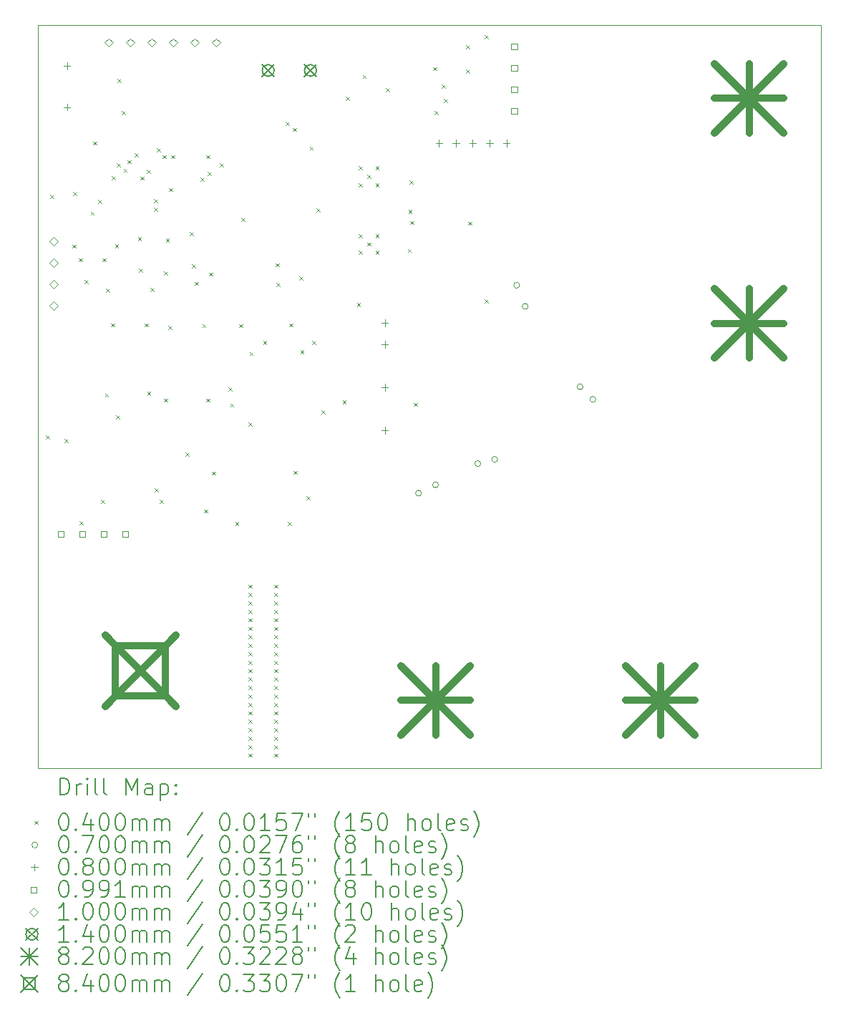
<source format=gbr>
%TF.GenerationSoftware,KiCad,Pcbnew,7.0.9*%
%TF.CreationDate,2024-06-20T22:38:49+05:30*%
%TF.ProjectId,BMS_Master,424d535f-4d61-4737-9465-722e6b696361,rev?*%
%TF.SameCoordinates,Original*%
%TF.FileFunction,Drillmap*%
%TF.FilePolarity,Positive*%
%FSLAX45Y45*%
G04 Gerber Fmt 4.5, Leading zero omitted, Abs format (unit mm)*
G04 Created by KiCad (PCBNEW 7.0.9) date 2024-06-20 22:38:49*
%MOMM*%
%LPD*%
G01*
G04 APERTURE LIST*
%ADD10C,0.100000*%
%ADD11C,0.200000*%
%ADD12C,0.140000*%
%ADD13C,0.820000*%
%ADD14C,0.840000*%
G04 APERTURE END LIST*
D10*
X18790000Y-5760000D02*
X28050000Y-5760000D01*
X28050000Y-14550000D01*
X18790000Y-14550000D01*
X18790000Y-5760000D01*
D11*
D10*
X18883000Y-10618000D02*
X18923000Y-10658000D01*
X18923000Y-10618000D02*
X18883000Y-10658000D01*
X18930000Y-7770000D02*
X18970000Y-7810000D01*
X18970000Y-7770000D02*
X18930000Y-7810000D01*
X19103000Y-10658000D02*
X19143000Y-10698000D01*
X19143000Y-10658000D02*
X19103000Y-10698000D01*
X19195100Y-8360000D02*
X19235100Y-8400000D01*
X19235100Y-8360000D02*
X19195100Y-8400000D01*
X19200000Y-7740000D02*
X19240000Y-7780000D01*
X19240000Y-7740000D02*
X19200000Y-7780000D01*
X19267550Y-8520000D02*
X19307550Y-8560000D01*
X19307550Y-8520000D02*
X19267550Y-8560000D01*
X19280000Y-11630000D02*
X19320000Y-11670000D01*
X19320000Y-11630000D02*
X19280000Y-11670000D01*
X19340000Y-8780000D02*
X19380000Y-8820000D01*
X19380000Y-8780000D02*
X19340000Y-8820000D01*
X19410000Y-7970000D02*
X19450000Y-8010000D01*
X19450000Y-7970000D02*
X19410000Y-8010000D01*
X19440000Y-7140000D02*
X19480000Y-7180000D01*
X19480000Y-7140000D02*
X19440000Y-7180000D01*
X19499950Y-7833240D02*
X19539950Y-7873240D01*
X19539950Y-7833240D02*
X19499950Y-7873240D01*
X19530000Y-11380000D02*
X19570000Y-11420000D01*
X19570000Y-11380000D02*
X19530000Y-11420000D01*
X19550000Y-8520000D02*
X19590000Y-8560000D01*
X19590000Y-8520000D02*
X19550000Y-8560000D01*
X19580000Y-10120000D02*
X19620000Y-10160000D01*
X19620000Y-10120000D02*
X19580000Y-10160000D01*
X19590000Y-8880000D02*
X19630000Y-8920000D01*
X19630000Y-8880000D02*
X19590000Y-8920000D01*
X19650000Y-9290000D02*
X19690000Y-9330000D01*
X19690000Y-9290000D02*
X19650000Y-9330000D01*
X19660000Y-7552550D02*
X19700000Y-7592550D01*
X19700000Y-7552550D02*
X19660000Y-7592550D01*
X19697550Y-8357845D02*
X19737550Y-8397845D01*
X19737550Y-8357845D02*
X19697550Y-8397845D01*
X19710000Y-10380000D02*
X19750000Y-10420000D01*
X19750000Y-10380000D02*
X19710000Y-10420000D01*
X19721979Y-7400000D02*
X19761979Y-7440000D01*
X19761979Y-7400000D02*
X19721979Y-7440000D01*
X19730000Y-6400000D02*
X19770000Y-6440000D01*
X19770000Y-6400000D02*
X19730000Y-6440000D01*
X19780000Y-6780000D02*
X19820000Y-6820000D01*
X19820000Y-6780000D02*
X19780000Y-6820000D01*
X19799834Y-7462798D02*
X19839834Y-7502798D01*
X19839834Y-7462798D02*
X19799834Y-7502798D01*
X19843719Y-7359904D02*
X19883719Y-7399904D01*
X19883719Y-7359904D02*
X19843719Y-7399904D01*
X19931429Y-7282472D02*
X19971429Y-7322472D01*
X19971429Y-7282472D02*
X19931429Y-7322472D01*
X19970000Y-8270000D02*
X20010000Y-8310000D01*
X20010000Y-8270000D02*
X19970000Y-8310000D01*
X19980000Y-8645050D02*
X20020000Y-8685050D01*
X20020000Y-8645050D02*
X19980000Y-8685050D01*
X19996230Y-7556230D02*
X20036230Y-7596230D01*
X20036230Y-7556230D02*
X19996230Y-7596230D01*
X20050000Y-9290000D02*
X20090000Y-9330000D01*
X20090000Y-9290000D02*
X20050000Y-9330000D01*
X20074978Y-7474978D02*
X20114978Y-7514978D01*
X20114978Y-7474978D02*
X20074978Y-7514978D01*
X20080000Y-10100000D02*
X20120000Y-10140000D01*
X20120000Y-10100000D02*
X20080000Y-10140000D01*
X20120000Y-8870000D02*
X20160000Y-8910000D01*
X20160000Y-8870000D02*
X20120000Y-8910000D01*
X20156501Y-7925557D02*
X20196501Y-7965557D01*
X20196501Y-7925557D02*
X20156501Y-7965557D01*
X20160000Y-7820000D02*
X20200000Y-7860000D01*
X20200000Y-7820000D02*
X20160000Y-7860000D01*
X20170000Y-11240000D02*
X20210000Y-11280000D01*
X20210000Y-11240000D02*
X20170000Y-11280000D01*
X20196013Y-7223216D02*
X20236013Y-7263216D01*
X20236013Y-7223216D02*
X20196013Y-7263216D01*
X20230000Y-11380000D02*
X20270000Y-11420000D01*
X20270000Y-11380000D02*
X20230000Y-11420000D01*
X20260000Y-7300000D02*
X20300000Y-7340000D01*
X20300000Y-7300000D02*
X20260000Y-7340000D01*
X20280000Y-8680000D02*
X20320000Y-8720000D01*
X20320000Y-8680000D02*
X20280000Y-8720000D01*
X20280000Y-10180000D02*
X20320000Y-10220000D01*
X20320000Y-10180000D02*
X20280000Y-10220000D01*
X20300000Y-8290000D02*
X20340000Y-8330000D01*
X20340000Y-8290000D02*
X20300000Y-8330000D01*
X20330000Y-9320000D02*
X20370000Y-9360000D01*
X20370000Y-9320000D02*
X20330000Y-9360000D01*
X20340000Y-7690000D02*
X20380000Y-7730000D01*
X20380000Y-7690000D02*
X20340000Y-7730000D01*
X20359950Y-7300000D02*
X20399950Y-7340000D01*
X20399950Y-7300000D02*
X20359950Y-7340000D01*
X20530000Y-10817550D02*
X20570000Y-10857550D01*
X20570000Y-10817550D02*
X20530000Y-10857550D01*
X20580000Y-8210000D02*
X20620000Y-8250000D01*
X20620000Y-8210000D02*
X20580000Y-8250000D01*
X20606979Y-8590050D02*
X20646979Y-8630050D01*
X20646979Y-8590050D02*
X20606979Y-8630050D01*
X20640000Y-8800000D02*
X20680000Y-8840000D01*
X20680000Y-8800000D02*
X20640000Y-8840000D01*
X20710000Y-7570000D02*
X20750000Y-7610000D01*
X20750000Y-7570000D02*
X20710000Y-7610000D01*
X20730000Y-9300000D02*
X20770000Y-9340000D01*
X20770000Y-9300000D02*
X20730000Y-9340000D01*
X20754000Y-11491000D02*
X20794000Y-11531000D01*
X20794000Y-11491000D02*
X20754000Y-11531000D01*
X20780000Y-7300000D02*
X20820000Y-7340000D01*
X20820000Y-7300000D02*
X20780000Y-7340000D01*
X20780000Y-10180000D02*
X20820000Y-10220000D01*
X20820000Y-10180000D02*
X20780000Y-10220000D01*
X20793164Y-7497550D02*
X20833164Y-7537550D01*
X20833164Y-7497550D02*
X20793164Y-7537550D01*
X20810000Y-8690000D02*
X20850000Y-8730000D01*
X20850000Y-8690000D02*
X20810000Y-8730000D01*
X20848000Y-11042450D02*
X20888000Y-11082450D01*
X20888000Y-11042450D02*
X20848000Y-11082450D01*
X20940000Y-7400000D02*
X20980000Y-7440000D01*
X20980000Y-7400000D02*
X20940000Y-7440000D01*
X21040000Y-10050000D02*
X21080000Y-10090000D01*
X21080000Y-10050000D02*
X21040000Y-10090000D01*
X21060000Y-10240000D02*
X21100000Y-10280000D01*
X21100000Y-10240000D02*
X21060000Y-10280000D01*
X21120000Y-11640000D02*
X21160000Y-11680000D01*
X21160000Y-11640000D02*
X21120000Y-11680000D01*
X21170000Y-9300000D02*
X21210000Y-9340000D01*
X21210000Y-9300000D02*
X21170000Y-9340000D01*
X21190000Y-8040000D02*
X21230000Y-8080000D01*
X21230000Y-8040000D02*
X21190000Y-8080000D01*
X21275163Y-10464458D02*
X21315163Y-10504458D01*
X21315163Y-10464458D02*
X21275163Y-10504458D01*
X21280000Y-12380000D02*
X21320000Y-12420000D01*
X21320000Y-12380000D02*
X21280000Y-12420000D01*
X21280000Y-12480000D02*
X21320000Y-12520000D01*
X21320000Y-12480000D02*
X21280000Y-12520000D01*
X21280000Y-12580000D02*
X21320000Y-12620000D01*
X21320000Y-12580000D02*
X21280000Y-12620000D01*
X21280000Y-12680000D02*
X21320000Y-12720000D01*
X21320000Y-12680000D02*
X21280000Y-12720000D01*
X21280000Y-12780000D02*
X21320000Y-12820000D01*
X21320000Y-12780000D02*
X21280000Y-12820000D01*
X21280000Y-12880000D02*
X21320000Y-12920000D01*
X21320000Y-12880000D02*
X21280000Y-12920000D01*
X21280000Y-12980000D02*
X21320000Y-13020000D01*
X21320000Y-12980000D02*
X21280000Y-13020000D01*
X21280000Y-13080000D02*
X21320000Y-13120000D01*
X21320000Y-13080000D02*
X21280000Y-13120000D01*
X21280000Y-13180000D02*
X21320000Y-13220000D01*
X21320000Y-13180000D02*
X21280000Y-13220000D01*
X21280000Y-13280000D02*
X21320000Y-13320000D01*
X21320000Y-13280000D02*
X21280000Y-13320000D01*
X21280000Y-13380000D02*
X21320000Y-13420000D01*
X21320000Y-13380000D02*
X21280000Y-13420000D01*
X21280000Y-13480000D02*
X21320000Y-13520000D01*
X21320000Y-13480000D02*
X21280000Y-13520000D01*
X21280000Y-13580000D02*
X21320000Y-13620000D01*
X21320000Y-13580000D02*
X21280000Y-13620000D01*
X21280000Y-13680000D02*
X21320000Y-13720000D01*
X21320000Y-13680000D02*
X21280000Y-13720000D01*
X21280000Y-13780000D02*
X21320000Y-13820000D01*
X21320000Y-13780000D02*
X21280000Y-13820000D01*
X21280000Y-13880000D02*
X21320000Y-13920000D01*
X21320000Y-13880000D02*
X21280000Y-13920000D01*
X21280000Y-13980000D02*
X21320000Y-14020000D01*
X21320000Y-13980000D02*
X21280000Y-14020000D01*
X21280000Y-14080000D02*
X21320000Y-14120000D01*
X21320000Y-14080000D02*
X21280000Y-14120000D01*
X21280000Y-14180000D02*
X21320000Y-14220000D01*
X21320000Y-14180000D02*
X21280000Y-14220000D01*
X21280000Y-14280000D02*
X21320000Y-14320000D01*
X21320000Y-14280000D02*
X21280000Y-14320000D01*
X21280000Y-14380000D02*
X21320000Y-14420000D01*
X21320000Y-14380000D02*
X21280000Y-14420000D01*
X21290000Y-9630000D02*
X21330000Y-9670000D01*
X21330000Y-9630000D02*
X21290000Y-9670000D01*
X21450000Y-9500000D02*
X21490000Y-9540000D01*
X21490000Y-9500000D02*
X21450000Y-9540000D01*
X21580000Y-12380000D02*
X21620000Y-12420000D01*
X21620000Y-12380000D02*
X21580000Y-12420000D01*
X21580000Y-12480000D02*
X21620000Y-12520000D01*
X21620000Y-12480000D02*
X21580000Y-12520000D01*
X21580000Y-12580000D02*
X21620000Y-12620000D01*
X21620000Y-12580000D02*
X21580000Y-12620000D01*
X21580000Y-12680000D02*
X21620000Y-12720000D01*
X21620000Y-12680000D02*
X21580000Y-12720000D01*
X21580000Y-12780000D02*
X21620000Y-12820000D01*
X21620000Y-12780000D02*
X21580000Y-12820000D01*
X21580000Y-12880000D02*
X21620000Y-12920000D01*
X21620000Y-12880000D02*
X21580000Y-12920000D01*
X21580000Y-12980000D02*
X21620000Y-13020000D01*
X21620000Y-12980000D02*
X21580000Y-13020000D01*
X21580000Y-13080000D02*
X21620000Y-13120000D01*
X21620000Y-13080000D02*
X21580000Y-13120000D01*
X21580000Y-13180000D02*
X21620000Y-13220000D01*
X21620000Y-13180000D02*
X21580000Y-13220000D01*
X21580000Y-13280000D02*
X21620000Y-13320000D01*
X21620000Y-13280000D02*
X21580000Y-13320000D01*
X21580000Y-13380000D02*
X21620000Y-13420000D01*
X21620000Y-13380000D02*
X21580000Y-13420000D01*
X21580000Y-13480000D02*
X21620000Y-13520000D01*
X21620000Y-13480000D02*
X21580000Y-13520000D01*
X21580000Y-13580000D02*
X21620000Y-13620000D01*
X21620000Y-13580000D02*
X21580000Y-13620000D01*
X21580000Y-13680000D02*
X21620000Y-13720000D01*
X21620000Y-13680000D02*
X21580000Y-13720000D01*
X21580000Y-13780000D02*
X21620000Y-13820000D01*
X21620000Y-13780000D02*
X21580000Y-13820000D01*
X21580000Y-13880000D02*
X21620000Y-13920000D01*
X21620000Y-13880000D02*
X21580000Y-13920000D01*
X21580000Y-13980000D02*
X21620000Y-14020000D01*
X21620000Y-13980000D02*
X21580000Y-14020000D01*
X21580000Y-14080000D02*
X21620000Y-14120000D01*
X21620000Y-14080000D02*
X21580000Y-14120000D01*
X21580000Y-14180000D02*
X21620000Y-14220000D01*
X21620000Y-14180000D02*
X21580000Y-14220000D01*
X21580000Y-14280000D02*
X21620000Y-14320000D01*
X21620000Y-14280000D02*
X21580000Y-14320000D01*
X21580000Y-14380000D02*
X21620000Y-14420000D01*
X21620000Y-14380000D02*
X21580000Y-14420000D01*
X21600000Y-8580000D02*
X21640000Y-8620000D01*
X21640000Y-8580000D02*
X21600000Y-8620000D01*
X21610000Y-8810000D02*
X21650000Y-8850000D01*
X21650000Y-8810000D02*
X21610000Y-8850000D01*
X21720000Y-6907550D02*
X21760000Y-6947550D01*
X21760000Y-6907550D02*
X21720000Y-6947550D01*
X21740000Y-11640000D02*
X21780000Y-11680000D01*
X21780000Y-11640000D02*
X21740000Y-11680000D01*
X21760000Y-9290000D02*
X21800000Y-9330000D01*
X21800000Y-9290000D02*
X21760000Y-9330000D01*
X21800000Y-6980000D02*
X21840000Y-7020000D01*
X21840000Y-6980000D02*
X21800000Y-7020000D01*
X21813000Y-11034000D02*
X21853000Y-11074000D01*
X21853000Y-11034000D02*
X21813000Y-11074000D01*
X21880000Y-8734000D02*
X21920000Y-8774000D01*
X21920000Y-8734000D02*
X21880000Y-8774000D01*
X21890000Y-9610000D02*
X21930000Y-9650000D01*
X21930000Y-9610000D02*
X21890000Y-9650000D01*
X21960000Y-11337000D02*
X22000000Y-11377000D01*
X22000000Y-11337000D02*
X21960000Y-11377000D01*
X22000000Y-7200000D02*
X22040000Y-7240000D01*
X22040000Y-7200000D02*
X22000000Y-7240000D01*
X22030000Y-9500000D02*
X22070000Y-9540000D01*
X22070000Y-9500000D02*
X22030000Y-9540000D01*
X22080000Y-7934000D02*
X22120000Y-7974000D01*
X22120000Y-7934000D02*
X22080000Y-7974000D01*
X22140000Y-10320000D02*
X22180000Y-10360000D01*
X22180000Y-10320000D02*
X22140000Y-10360000D01*
X22390000Y-10200000D02*
X22430000Y-10240000D01*
X22430000Y-10200000D02*
X22390000Y-10240000D01*
X22427550Y-6608770D02*
X22467550Y-6648770D01*
X22467550Y-6608770D02*
X22427550Y-6648770D01*
X22560000Y-9050000D02*
X22600000Y-9090000D01*
X22600000Y-9050000D02*
X22560000Y-9090000D01*
X22580000Y-7434000D02*
X22620000Y-7474000D01*
X22620000Y-7434000D02*
X22580000Y-7474000D01*
X22580000Y-7634000D02*
X22620000Y-7674000D01*
X22620000Y-7634000D02*
X22580000Y-7674000D01*
X22580000Y-8234000D02*
X22620000Y-8274000D01*
X22620000Y-8234000D02*
X22580000Y-8274000D01*
X22580000Y-8434000D02*
X22620000Y-8474000D01*
X22620000Y-8434000D02*
X22580000Y-8474000D01*
X22628050Y-6352450D02*
X22668050Y-6392450D01*
X22668050Y-6352450D02*
X22628050Y-6392450D01*
X22680000Y-7534000D02*
X22720000Y-7574000D01*
X22720000Y-7534000D02*
X22680000Y-7574000D01*
X22680000Y-8334000D02*
X22720000Y-8374000D01*
X22720000Y-8334000D02*
X22680000Y-8374000D01*
X22780000Y-7434000D02*
X22820000Y-7474000D01*
X22820000Y-7434000D02*
X22780000Y-7474000D01*
X22780000Y-7634000D02*
X22820000Y-7674000D01*
X22820000Y-7634000D02*
X22780000Y-7674000D01*
X22780000Y-8234000D02*
X22820000Y-8274000D01*
X22820000Y-8234000D02*
X22780000Y-8274000D01*
X22780000Y-8434000D02*
X22820000Y-8474000D01*
X22820000Y-8434000D02*
X22780000Y-8474000D01*
X22899950Y-6510000D02*
X22939950Y-6550000D01*
X22939950Y-6510000D02*
X22899950Y-6550000D01*
X23160000Y-8410000D02*
X23200000Y-8450000D01*
X23200000Y-8410000D02*
X23160000Y-8450000D01*
X23170000Y-7950000D02*
X23210000Y-7990000D01*
X23210000Y-7950000D02*
X23170000Y-7990000D01*
X23180000Y-7600000D02*
X23220000Y-7640000D01*
X23220000Y-7600000D02*
X23180000Y-7640000D01*
X23190000Y-8080000D02*
X23230000Y-8120000D01*
X23230000Y-8080000D02*
X23190000Y-8120000D01*
X23230000Y-10230000D02*
X23270000Y-10270000D01*
X23270000Y-10230000D02*
X23230000Y-10270000D01*
X23460000Y-6260000D02*
X23500000Y-6300000D01*
X23500000Y-6260000D02*
X23460000Y-6300000D01*
X23480000Y-6780000D02*
X23520000Y-6820000D01*
X23520000Y-6780000D02*
X23480000Y-6820000D01*
X23560000Y-6470000D02*
X23600000Y-6510000D01*
X23600000Y-6470000D02*
X23560000Y-6510000D01*
X23590751Y-6637816D02*
X23630751Y-6677816D01*
X23630751Y-6637816D02*
X23590751Y-6677816D01*
X23851950Y-6000000D02*
X23891950Y-6040000D01*
X23891950Y-6000000D02*
X23851950Y-6040000D01*
X23851950Y-6290000D02*
X23891950Y-6330000D01*
X23891950Y-6290000D02*
X23851950Y-6330000D01*
X23877544Y-8087406D02*
X23917544Y-8127406D01*
X23917544Y-8087406D02*
X23877544Y-8127406D01*
X24068770Y-5881230D02*
X24108770Y-5921230D01*
X24108770Y-5881230D02*
X24068770Y-5921230D01*
X24070000Y-9005000D02*
X24110000Y-9045000D01*
X24110000Y-9005000D02*
X24070000Y-9045000D01*
X23325000Y-11300000D02*
G75*
G03*
X23325000Y-11300000I-35000J0D01*
G01*
X23525000Y-11200000D02*
G75*
G03*
X23525000Y-11200000I-35000J0D01*
G01*
X24025000Y-10950000D02*
G75*
G03*
X24025000Y-10950000I-35000J0D01*
G01*
X24225000Y-10900000D02*
G75*
G03*
X24225000Y-10900000I-35000J0D01*
G01*
X24485000Y-8840000D02*
G75*
G03*
X24485000Y-8840000I-35000J0D01*
G01*
X24585000Y-9090000D02*
G75*
G03*
X24585000Y-9090000I-35000J0D01*
G01*
X25235000Y-10040000D02*
G75*
G03*
X25235000Y-10040000I-35000J0D01*
G01*
X25385000Y-10190000D02*
G75*
G03*
X25385000Y-10190000I-35000J0D01*
G01*
X19130000Y-6205000D02*
X19130000Y-6285000D01*
X19090000Y-6245000D02*
X19170000Y-6245000D01*
X19130000Y-6693000D02*
X19130000Y-6773000D01*
X19090000Y-6733000D02*
X19170000Y-6733000D01*
X22891000Y-9244000D02*
X22891000Y-9324000D01*
X22851000Y-9284000D02*
X22931000Y-9284000D01*
X22891000Y-9498000D02*
X22891000Y-9578000D01*
X22851000Y-9538000D02*
X22931000Y-9538000D01*
X22891000Y-10006000D02*
X22891000Y-10086000D01*
X22851000Y-10046000D02*
X22931000Y-10046000D01*
X22891000Y-10514000D02*
X22891000Y-10594000D01*
X22851000Y-10554000D02*
X22931000Y-10554000D01*
X23530000Y-7120000D02*
X23530000Y-7200000D01*
X23490000Y-7160000D02*
X23570000Y-7160000D01*
X23730000Y-7120000D02*
X23730000Y-7200000D01*
X23690000Y-7160000D02*
X23770000Y-7160000D01*
X23930000Y-7120000D02*
X23930000Y-7200000D01*
X23890000Y-7160000D02*
X23970000Y-7160000D01*
X24130000Y-7120000D02*
X24130000Y-7200000D01*
X24090000Y-7160000D02*
X24170000Y-7160000D01*
X24330000Y-7120000D02*
X24330000Y-7200000D01*
X24290000Y-7160000D02*
X24370000Y-7160000D01*
X19093023Y-11818843D02*
X19093023Y-11748797D01*
X19022977Y-11748797D01*
X19022977Y-11818843D01*
X19093023Y-11818843D01*
X19347023Y-11818843D02*
X19347023Y-11748797D01*
X19276977Y-11748797D01*
X19276977Y-11818843D01*
X19347023Y-11818843D01*
X19601023Y-11818843D02*
X19601023Y-11748797D01*
X19530977Y-11748797D01*
X19530977Y-11818843D01*
X19601023Y-11818843D01*
X19855023Y-11818843D02*
X19855023Y-11748797D01*
X19784977Y-11748797D01*
X19784977Y-11818843D01*
X19855023Y-11818843D01*
X24455843Y-6054023D02*
X24455843Y-5983977D01*
X24385797Y-5983977D01*
X24385797Y-6054023D01*
X24455843Y-6054023D01*
X24455843Y-6308023D02*
X24455843Y-6237977D01*
X24385797Y-6237977D01*
X24385797Y-6308023D01*
X24455843Y-6308023D01*
X24455843Y-6562023D02*
X24455843Y-6491977D01*
X24385797Y-6491977D01*
X24385797Y-6562023D01*
X24455843Y-6562023D01*
X24455843Y-6816023D02*
X24455843Y-6745977D01*
X24385797Y-6745977D01*
X24385797Y-6816023D01*
X24455843Y-6816023D01*
X18970000Y-8370000D02*
X19020000Y-8320000D01*
X18970000Y-8270000D01*
X18920000Y-8320000D01*
X18970000Y-8370000D01*
X18970000Y-8624000D02*
X19020000Y-8574000D01*
X18970000Y-8524000D01*
X18920000Y-8574000D01*
X18970000Y-8624000D01*
X18970000Y-8878000D02*
X19020000Y-8828000D01*
X18970000Y-8778000D01*
X18920000Y-8828000D01*
X18970000Y-8878000D01*
X18970000Y-9132000D02*
X19020000Y-9082000D01*
X18970000Y-9032000D01*
X18920000Y-9082000D01*
X18970000Y-9132000D01*
X19628000Y-6020000D02*
X19678000Y-5970000D01*
X19628000Y-5920000D01*
X19578000Y-5970000D01*
X19628000Y-6020000D01*
X19882000Y-6020000D02*
X19932000Y-5970000D01*
X19882000Y-5920000D01*
X19832000Y-5970000D01*
X19882000Y-6020000D01*
X20136000Y-6020000D02*
X20186000Y-5970000D01*
X20136000Y-5920000D01*
X20086000Y-5970000D01*
X20136000Y-6020000D01*
X20390000Y-6020000D02*
X20440000Y-5970000D01*
X20390000Y-5920000D01*
X20340000Y-5970000D01*
X20390000Y-6020000D01*
X20644000Y-6020000D02*
X20694000Y-5970000D01*
X20644000Y-5920000D01*
X20594000Y-5970000D01*
X20644000Y-6020000D01*
X20898000Y-6020000D02*
X20948000Y-5970000D01*
X20898000Y-5920000D01*
X20848000Y-5970000D01*
X20898000Y-6020000D01*
D12*
X21440000Y-6230000D02*
X21580000Y-6370000D01*
X21580000Y-6230000D02*
X21440000Y-6370000D01*
X21580000Y-6300000D02*
G75*
G03*
X21580000Y-6300000I-70000J0D01*
G01*
X21940000Y-6230000D02*
X22080000Y-6370000D01*
X22080000Y-6230000D02*
X21940000Y-6370000D01*
X22080000Y-6300000D02*
G75*
G03*
X22080000Y-6300000I-70000J0D01*
G01*
D13*
X23080000Y-13340000D02*
X23900000Y-14160000D01*
X23900000Y-13340000D02*
X23080000Y-14160000D01*
X23490000Y-13340000D02*
X23490000Y-14160000D01*
X23080000Y-13750000D02*
X23900000Y-13750000D01*
X25740000Y-13340000D02*
X26560000Y-14160000D01*
X26560000Y-13340000D02*
X25740000Y-14160000D01*
X26150000Y-13340000D02*
X26150000Y-14160000D01*
X25740000Y-13750000D02*
X26560000Y-13750000D01*
X26790000Y-6220000D02*
X27610000Y-7040000D01*
X27610000Y-6220000D02*
X26790000Y-7040000D01*
X27200000Y-6220000D02*
X27200000Y-7040000D01*
X26790000Y-6630000D02*
X27610000Y-6630000D01*
X26790000Y-8880000D02*
X27610000Y-9700000D01*
X27610000Y-8880000D02*
X26790000Y-9700000D01*
X27200000Y-8880000D02*
X27200000Y-9700000D01*
X26790000Y-9290000D02*
X27610000Y-9290000D01*
D14*
X19580000Y-12980000D02*
X20420000Y-13820000D01*
X20420000Y-12980000D02*
X19580000Y-13820000D01*
X20296988Y-13696988D02*
X20296988Y-13103012D01*
X19703012Y-13103012D01*
X19703012Y-13696988D01*
X20296988Y-13696988D01*
D11*
X19045777Y-14867484D02*
X19045777Y-14667484D01*
X19045777Y-14667484D02*
X19093396Y-14667484D01*
X19093396Y-14667484D02*
X19121967Y-14677008D01*
X19121967Y-14677008D02*
X19141015Y-14696055D01*
X19141015Y-14696055D02*
X19150539Y-14715103D01*
X19150539Y-14715103D02*
X19160063Y-14753198D01*
X19160063Y-14753198D02*
X19160063Y-14781769D01*
X19160063Y-14781769D02*
X19150539Y-14819865D01*
X19150539Y-14819865D02*
X19141015Y-14838912D01*
X19141015Y-14838912D02*
X19121967Y-14857960D01*
X19121967Y-14857960D02*
X19093396Y-14867484D01*
X19093396Y-14867484D02*
X19045777Y-14867484D01*
X19245777Y-14867484D02*
X19245777Y-14734150D01*
X19245777Y-14772246D02*
X19255301Y-14753198D01*
X19255301Y-14753198D02*
X19264824Y-14743674D01*
X19264824Y-14743674D02*
X19283872Y-14734150D01*
X19283872Y-14734150D02*
X19302920Y-14734150D01*
X19369586Y-14867484D02*
X19369586Y-14734150D01*
X19369586Y-14667484D02*
X19360063Y-14677008D01*
X19360063Y-14677008D02*
X19369586Y-14686531D01*
X19369586Y-14686531D02*
X19379110Y-14677008D01*
X19379110Y-14677008D02*
X19369586Y-14667484D01*
X19369586Y-14667484D02*
X19369586Y-14686531D01*
X19493396Y-14867484D02*
X19474348Y-14857960D01*
X19474348Y-14857960D02*
X19464824Y-14838912D01*
X19464824Y-14838912D02*
X19464824Y-14667484D01*
X19598158Y-14867484D02*
X19579110Y-14857960D01*
X19579110Y-14857960D02*
X19569586Y-14838912D01*
X19569586Y-14838912D02*
X19569586Y-14667484D01*
X19826729Y-14867484D02*
X19826729Y-14667484D01*
X19826729Y-14667484D02*
X19893396Y-14810341D01*
X19893396Y-14810341D02*
X19960063Y-14667484D01*
X19960063Y-14667484D02*
X19960063Y-14867484D01*
X20141015Y-14867484D02*
X20141015Y-14762722D01*
X20141015Y-14762722D02*
X20131491Y-14743674D01*
X20131491Y-14743674D02*
X20112444Y-14734150D01*
X20112444Y-14734150D02*
X20074348Y-14734150D01*
X20074348Y-14734150D02*
X20055301Y-14743674D01*
X20141015Y-14857960D02*
X20121967Y-14867484D01*
X20121967Y-14867484D02*
X20074348Y-14867484D01*
X20074348Y-14867484D02*
X20055301Y-14857960D01*
X20055301Y-14857960D02*
X20045777Y-14838912D01*
X20045777Y-14838912D02*
X20045777Y-14819865D01*
X20045777Y-14819865D02*
X20055301Y-14800817D01*
X20055301Y-14800817D02*
X20074348Y-14791293D01*
X20074348Y-14791293D02*
X20121967Y-14791293D01*
X20121967Y-14791293D02*
X20141015Y-14781769D01*
X20236253Y-14734150D02*
X20236253Y-14934150D01*
X20236253Y-14743674D02*
X20255301Y-14734150D01*
X20255301Y-14734150D02*
X20293396Y-14734150D01*
X20293396Y-14734150D02*
X20312444Y-14743674D01*
X20312444Y-14743674D02*
X20321967Y-14753198D01*
X20321967Y-14753198D02*
X20331491Y-14772246D01*
X20331491Y-14772246D02*
X20331491Y-14829388D01*
X20331491Y-14829388D02*
X20321967Y-14848436D01*
X20321967Y-14848436D02*
X20312444Y-14857960D01*
X20312444Y-14857960D02*
X20293396Y-14867484D01*
X20293396Y-14867484D02*
X20255301Y-14867484D01*
X20255301Y-14867484D02*
X20236253Y-14857960D01*
X20417205Y-14848436D02*
X20426729Y-14857960D01*
X20426729Y-14857960D02*
X20417205Y-14867484D01*
X20417205Y-14867484D02*
X20407682Y-14857960D01*
X20407682Y-14857960D02*
X20417205Y-14848436D01*
X20417205Y-14848436D02*
X20417205Y-14867484D01*
X20417205Y-14743674D02*
X20426729Y-14753198D01*
X20426729Y-14753198D02*
X20417205Y-14762722D01*
X20417205Y-14762722D02*
X20407682Y-14753198D01*
X20407682Y-14753198D02*
X20417205Y-14743674D01*
X20417205Y-14743674D02*
X20417205Y-14762722D01*
D10*
X18745000Y-15176000D02*
X18785000Y-15216000D01*
X18785000Y-15176000D02*
X18745000Y-15216000D01*
D11*
X19083872Y-15087484D02*
X19102920Y-15087484D01*
X19102920Y-15087484D02*
X19121967Y-15097008D01*
X19121967Y-15097008D02*
X19131491Y-15106531D01*
X19131491Y-15106531D02*
X19141015Y-15125579D01*
X19141015Y-15125579D02*
X19150539Y-15163674D01*
X19150539Y-15163674D02*
X19150539Y-15211293D01*
X19150539Y-15211293D02*
X19141015Y-15249388D01*
X19141015Y-15249388D02*
X19131491Y-15268436D01*
X19131491Y-15268436D02*
X19121967Y-15277960D01*
X19121967Y-15277960D02*
X19102920Y-15287484D01*
X19102920Y-15287484D02*
X19083872Y-15287484D01*
X19083872Y-15287484D02*
X19064824Y-15277960D01*
X19064824Y-15277960D02*
X19055301Y-15268436D01*
X19055301Y-15268436D02*
X19045777Y-15249388D01*
X19045777Y-15249388D02*
X19036253Y-15211293D01*
X19036253Y-15211293D02*
X19036253Y-15163674D01*
X19036253Y-15163674D02*
X19045777Y-15125579D01*
X19045777Y-15125579D02*
X19055301Y-15106531D01*
X19055301Y-15106531D02*
X19064824Y-15097008D01*
X19064824Y-15097008D02*
X19083872Y-15087484D01*
X19236253Y-15268436D02*
X19245777Y-15277960D01*
X19245777Y-15277960D02*
X19236253Y-15287484D01*
X19236253Y-15287484D02*
X19226729Y-15277960D01*
X19226729Y-15277960D02*
X19236253Y-15268436D01*
X19236253Y-15268436D02*
X19236253Y-15287484D01*
X19417205Y-15154150D02*
X19417205Y-15287484D01*
X19369586Y-15077960D02*
X19321967Y-15220817D01*
X19321967Y-15220817D02*
X19445777Y-15220817D01*
X19560063Y-15087484D02*
X19579110Y-15087484D01*
X19579110Y-15087484D02*
X19598158Y-15097008D01*
X19598158Y-15097008D02*
X19607682Y-15106531D01*
X19607682Y-15106531D02*
X19617205Y-15125579D01*
X19617205Y-15125579D02*
X19626729Y-15163674D01*
X19626729Y-15163674D02*
X19626729Y-15211293D01*
X19626729Y-15211293D02*
X19617205Y-15249388D01*
X19617205Y-15249388D02*
X19607682Y-15268436D01*
X19607682Y-15268436D02*
X19598158Y-15277960D01*
X19598158Y-15277960D02*
X19579110Y-15287484D01*
X19579110Y-15287484D02*
X19560063Y-15287484D01*
X19560063Y-15287484D02*
X19541015Y-15277960D01*
X19541015Y-15277960D02*
X19531491Y-15268436D01*
X19531491Y-15268436D02*
X19521967Y-15249388D01*
X19521967Y-15249388D02*
X19512444Y-15211293D01*
X19512444Y-15211293D02*
X19512444Y-15163674D01*
X19512444Y-15163674D02*
X19521967Y-15125579D01*
X19521967Y-15125579D02*
X19531491Y-15106531D01*
X19531491Y-15106531D02*
X19541015Y-15097008D01*
X19541015Y-15097008D02*
X19560063Y-15087484D01*
X19750539Y-15087484D02*
X19769586Y-15087484D01*
X19769586Y-15087484D02*
X19788634Y-15097008D01*
X19788634Y-15097008D02*
X19798158Y-15106531D01*
X19798158Y-15106531D02*
X19807682Y-15125579D01*
X19807682Y-15125579D02*
X19817205Y-15163674D01*
X19817205Y-15163674D02*
X19817205Y-15211293D01*
X19817205Y-15211293D02*
X19807682Y-15249388D01*
X19807682Y-15249388D02*
X19798158Y-15268436D01*
X19798158Y-15268436D02*
X19788634Y-15277960D01*
X19788634Y-15277960D02*
X19769586Y-15287484D01*
X19769586Y-15287484D02*
X19750539Y-15287484D01*
X19750539Y-15287484D02*
X19731491Y-15277960D01*
X19731491Y-15277960D02*
X19721967Y-15268436D01*
X19721967Y-15268436D02*
X19712444Y-15249388D01*
X19712444Y-15249388D02*
X19702920Y-15211293D01*
X19702920Y-15211293D02*
X19702920Y-15163674D01*
X19702920Y-15163674D02*
X19712444Y-15125579D01*
X19712444Y-15125579D02*
X19721967Y-15106531D01*
X19721967Y-15106531D02*
X19731491Y-15097008D01*
X19731491Y-15097008D02*
X19750539Y-15087484D01*
X19902920Y-15287484D02*
X19902920Y-15154150D01*
X19902920Y-15173198D02*
X19912444Y-15163674D01*
X19912444Y-15163674D02*
X19931491Y-15154150D01*
X19931491Y-15154150D02*
X19960063Y-15154150D01*
X19960063Y-15154150D02*
X19979110Y-15163674D01*
X19979110Y-15163674D02*
X19988634Y-15182722D01*
X19988634Y-15182722D02*
X19988634Y-15287484D01*
X19988634Y-15182722D02*
X19998158Y-15163674D01*
X19998158Y-15163674D02*
X20017205Y-15154150D01*
X20017205Y-15154150D02*
X20045777Y-15154150D01*
X20045777Y-15154150D02*
X20064825Y-15163674D01*
X20064825Y-15163674D02*
X20074348Y-15182722D01*
X20074348Y-15182722D02*
X20074348Y-15287484D01*
X20169586Y-15287484D02*
X20169586Y-15154150D01*
X20169586Y-15173198D02*
X20179110Y-15163674D01*
X20179110Y-15163674D02*
X20198158Y-15154150D01*
X20198158Y-15154150D02*
X20226729Y-15154150D01*
X20226729Y-15154150D02*
X20245777Y-15163674D01*
X20245777Y-15163674D02*
X20255301Y-15182722D01*
X20255301Y-15182722D02*
X20255301Y-15287484D01*
X20255301Y-15182722D02*
X20264825Y-15163674D01*
X20264825Y-15163674D02*
X20283872Y-15154150D01*
X20283872Y-15154150D02*
X20312444Y-15154150D01*
X20312444Y-15154150D02*
X20331491Y-15163674D01*
X20331491Y-15163674D02*
X20341015Y-15182722D01*
X20341015Y-15182722D02*
X20341015Y-15287484D01*
X20731491Y-15077960D02*
X20560063Y-15335103D01*
X20988634Y-15087484D02*
X21007682Y-15087484D01*
X21007682Y-15087484D02*
X21026729Y-15097008D01*
X21026729Y-15097008D02*
X21036253Y-15106531D01*
X21036253Y-15106531D02*
X21045777Y-15125579D01*
X21045777Y-15125579D02*
X21055301Y-15163674D01*
X21055301Y-15163674D02*
X21055301Y-15211293D01*
X21055301Y-15211293D02*
X21045777Y-15249388D01*
X21045777Y-15249388D02*
X21036253Y-15268436D01*
X21036253Y-15268436D02*
X21026729Y-15277960D01*
X21026729Y-15277960D02*
X21007682Y-15287484D01*
X21007682Y-15287484D02*
X20988634Y-15287484D01*
X20988634Y-15287484D02*
X20969587Y-15277960D01*
X20969587Y-15277960D02*
X20960063Y-15268436D01*
X20960063Y-15268436D02*
X20950539Y-15249388D01*
X20950539Y-15249388D02*
X20941015Y-15211293D01*
X20941015Y-15211293D02*
X20941015Y-15163674D01*
X20941015Y-15163674D02*
X20950539Y-15125579D01*
X20950539Y-15125579D02*
X20960063Y-15106531D01*
X20960063Y-15106531D02*
X20969587Y-15097008D01*
X20969587Y-15097008D02*
X20988634Y-15087484D01*
X21141015Y-15268436D02*
X21150539Y-15277960D01*
X21150539Y-15277960D02*
X21141015Y-15287484D01*
X21141015Y-15287484D02*
X21131491Y-15277960D01*
X21131491Y-15277960D02*
X21141015Y-15268436D01*
X21141015Y-15268436D02*
X21141015Y-15287484D01*
X21274348Y-15087484D02*
X21293396Y-15087484D01*
X21293396Y-15087484D02*
X21312444Y-15097008D01*
X21312444Y-15097008D02*
X21321968Y-15106531D01*
X21321968Y-15106531D02*
X21331491Y-15125579D01*
X21331491Y-15125579D02*
X21341015Y-15163674D01*
X21341015Y-15163674D02*
X21341015Y-15211293D01*
X21341015Y-15211293D02*
X21331491Y-15249388D01*
X21331491Y-15249388D02*
X21321968Y-15268436D01*
X21321968Y-15268436D02*
X21312444Y-15277960D01*
X21312444Y-15277960D02*
X21293396Y-15287484D01*
X21293396Y-15287484D02*
X21274348Y-15287484D01*
X21274348Y-15287484D02*
X21255301Y-15277960D01*
X21255301Y-15277960D02*
X21245777Y-15268436D01*
X21245777Y-15268436D02*
X21236253Y-15249388D01*
X21236253Y-15249388D02*
X21226729Y-15211293D01*
X21226729Y-15211293D02*
X21226729Y-15163674D01*
X21226729Y-15163674D02*
X21236253Y-15125579D01*
X21236253Y-15125579D02*
X21245777Y-15106531D01*
X21245777Y-15106531D02*
X21255301Y-15097008D01*
X21255301Y-15097008D02*
X21274348Y-15087484D01*
X21531491Y-15287484D02*
X21417206Y-15287484D01*
X21474348Y-15287484D02*
X21474348Y-15087484D01*
X21474348Y-15087484D02*
X21455301Y-15116055D01*
X21455301Y-15116055D02*
X21436253Y-15135103D01*
X21436253Y-15135103D02*
X21417206Y-15144627D01*
X21712444Y-15087484D02*
X21617206Y-15087484D01*
X21617206Y-15087484D02*
X21607682Y-15182722D01*
X21607682Y-15182722D02*
X21617206Y-15173198D01*
X21617206Y-15173198D02*
X21636253Y-15163674D01*
X21636253Y-15163674D02*
X21683872Y-15163674D01*
X21683872Y-15163674D02*
X21702920Y-15173198D01*
X21702920Y-15173198D02*
X21712444Y-15182722D01*
X21712444Y-15182722D02*
X21721968Y-15201769D01*
X21721968Y-15201769D02*
X21721968Y-15249388D01*
X21721968Y-15249388D02*
X21712444Y-15268436D01*
X21712444Y-15268436D02*
X21702920Y-15277960D01*
X21702920Y-15277960D02*
X21683872Y-15287484D01*
X21683872Y-15287484D02*
X21636253Y-15287484D01*
X21636253Y-15287484D02*
X21617206Y-15277960D01*
X21617206Y-15277960D02*
X21607682Y-15268436D01*
X21788634Y-15087484D02*
X21921968Y-15087484D01*
X21921968Y-15087484D02*
X21836253Y-15287484D01*
X21988634Y-15087484D02*
X21988634Y-15125579D01*
X22064825Y-15087484D02*
X22064825Y-15125579D01*
X22360063Y-15363674D02*
X22350539Y-15354150D01*
X22350539Y-15354150D02*
X22331491Y-15325579D01*
X22331491Y-15325579D02*
X22321968Y-15306531D01*
X22321968Y-15306531D02*
X22312444Y-15277960D01*
X22312444Y-15277960D02*
X22302920Y-15230341D01*
X22302920Y-15230341D02*
X22302920Y-15192246D01*
X22302920Y-15192246D02*
X22312444Y-15144627D01*
X22312444Y-15144627D02*
X22321968Y-15116055D01*
X22321968Y-15116055D02*
X22331491Y-15097008D01*
X22331491Y-15097008D02*
X22350539Y-15068436D01*
X22350539Y-15068436D02*
X22360063Y-15058912D01*
X22541015Y-15287484D02*
X22426729Y-15287484D01*
X22483872Y-15287484D02*
X22483872Y-15087484D01*
X22483872Y-15087484D02*
X22464825Y-15116055D01*
X22464825Y-15116055D02*
X22445777Y-15135103D01*
X22445777Y-15135103D02*
X22426729Y-15144627D01*
X22721968Y-15087484D02*
X22626729Y-15087484D01*
X22626729Y-15087484D02*
X22617206Y-15182722D01*
X22617206Y-15182722D02*
X22626729Y-15173198D01*
X22626729Y-15173198D02*
X22645777Y-15163674D01*
X22645777Y-15163674D02*
X22693396Y-15163674D01*
X22693396Y-15163674D02*
X22712444Y-15173198D01*
X22712444Y-15173198D02*
X22721968Y-15182722D01*
X22721968Y-15182722D02*
X22731491Y-15201769D01*
X22731491Y-15201769D02*
X22731491Y-15249388D01*
X22731491Y-15249388D02*
X22721968Y-15268436D01*
X22721968Y-15268436D02*
X22712444Y-15277960D01*
X22712444Y-15277960D02*
X22693396Y-15287484D01*
X22693396Y-15287484D02*
X22645777Y-15287484D01*
X22645777Y-15287484D02*
X22626729Y-15277960D01*
X22626729Y-15277960D02*
X22617206Y-15268436D01*
X22855301Y-15087484D02*
X22874349Y-15087484D01*
X22874349Y-15087484D02*
X22893396Y-15097008D01*
X22893396Y-15097008D02*
X22902920Y-15106531D01*
X22902920Y-15106531D02*
X22912444Y-15125579D01*
X22912444Y-15125579D02*
X22921968Y-15163674D01*
X22921968Y-15163674D02*
X22921968Y-15211293D01*
X22921968Y-15211293D02*
X22912444Y-15249388D01*
X22912444Y-15249388D02*
X22902920Y-15268436D01*
X22902920Y-15268436D02*
X22893396Y-15277960D01*
X22893396Y-15277960D02*
X22874349Y-15287484D01*
X22874349Y-15287484D02*
X22855301Y-15287484D01*
X22855301Y-15287484D02*
X22836253Y-15277960D01*
X22836253Y-15277960D02*
X22826729Y-15268436D01*
X22826729Y-15268436D02*
X22817206Y-15249388D01*
X22817206Y-15249388D02*
X22807682Y-15211293D01*
X22807682Y-15211293D02*
X22807682Y-15163674D01*
X22807682Y-15163674D02*
X22817206Y-15125579D01*
X22817206Y-15125579D02*
X22826729Y-15106531D01*
X22826729Y-15106531D02*
X22836253Y-15097008D01*
X22836253Y-15097008D02*
X22855301Y-15087484D01*
X23160063Y-15287484D02*
X23160063Y-15087484D01*
X23245777Y-15287484D02*
X23245777Y-15182722D01*
X23245777Y-15182722D02*
X23236253Y-15163674D01*
X23236253Y-15163674D02*
X23217206Y-15154150D01*
X23217206Y-15154150D02*
X23188634Y-15154150D01*
X23188634Y-15154150D02*
X23169587Y-15163674D01*
X23169587Y-15163674D02*
X23160063Y-15173198D01*
X23369587Y-15287484D02*
X23350539Y-15277960D01*
X23350539Y-15277960D02*
X23341015Y-15268436D01*
X23341015Y-15268436D02*
X23331491Y-15249388D01*
X23331491Y-15249388D02*
X23331491Y-15192246D01*
X23331491Y-15192246D02*
X23341015Y-15173198D01*
X23341015Y-15173198D02*
X23350539Y-15163674D01*
X23350539Y-15163674D02*
X23369587Y-15154150D01*
X23369587Y-15154150D02*
X23398158Y-15154150D01*
X23398158Y-15154150D02*
X23417206Y-15163674D01*
X23417206Y-15163674D02*
X23426730Y-15173198D01*
X23426730Y-15173198D02*
X23436253Y-15192246D01*
X23436253Y-15192246D02*
X23436253Y-15249388D01*
X23436253Y-15249388D02*
X23426730Y-15268436D01*
X23426730Y-15268436D02*
X23417206Y-15277960D01*
X23417206Y-15277960D02*
X23398158Y-15287484D01*
X23398158Y-15287484D02*
X23369587Y-15287484D01*
X23550539Y-15287484D02*
X23531491Y-15277960D01*
X23531491Y-15277960D02*
X23521968Y-15258912D01*
X23521968Y-15258912D02*
X23521968Y-15087484D01*
X23702920Y-15277960D02*
X23683872Y-15287484D01*
X23683872Y-15287484D02*
X23645777Y-15287484D01*
X23645777Y-15287484D02*
X23626730Y-15277960D01*
X23626730Y-15277960D02*
X23617206Y-15258912D01*
X23617206Y-15258912D02*
X23617206Y-15182722D01*
X23617206Y-15182722D02*
X23626730Y-15163674D01*
X23626730Y-15163674D02*
X23645777Y-15154150D01*
X23645777Y-15154150D02*
X23683872Y-15154150D01*
X23683872Y-15154150D02*
X23702920Y-15163674D01*
X23702920Y-15163674D02*
X23712444Y-15182722D01*
X23712444Y-15182722D02*
X23712444Y-15201769D01*
X23712444Y-15201769D02*
X23617206Y-15220817D01*
X23788634Y-15277960D02*
X23807682Y-15287484D01*
X23807682Y-15287484D02*
X23845777Y-15287484D01*
X23845777Y-15287484D02*
X23864825Y-15277960D01*
X23864825Y-15277960D02*
X23874349Y-15258912D01*
X23874349Y-15258912D02*
X23874349Y-15249388D01*
X23874349Y-15249388D02*
X23864825Y-15230341D01*
X23864825Y-15230341D02*
X23845777Y-15220817D01*
X23845777Y-15220817D02*
X23817206Y-15220817D01*
X23817206Y-15220817D02*
X23798158Y-15211293D01*
X23798158Y-15211293D02*
X23788634Y-15192246D01*
X23788634Y-15192246D02*
X23788634Y-15182722D01*
X23788634Y-15182722D02*
X23798158Y-15163674D01*
X23798158Y-15163674D02*
X23817206Y-15154150D01*
X23817206Y-15154150D02*
X23845777Y-15154150D01*
X23845777Y-15154150D02*
X23864825Y-15163674D01*
X23941015Y-15363674D02*
X23950539Y-15354150D01*
X23950539Y-15354150D02*
X23969587Y-15325579D01*
X23969587Y-15325579D02*
X23979111Y-15306531D01*
X23979111Y-15306531D02*
X23988634Y-15277960D01*
X23988634Y-15277960D02*
X23998158Y-15230341D01*
X23998158Y-15230341D02*
X23998158Y-15192246D01*
X23998158Y-15192246D02*
X23988634Y-15144627D01*
X23988634Y-15144627D02*
X23979111Y-15116055D01*
X23979111Y-15116055D02*
X23969587Y-15097008D01*
X23969587Y-15097008D02*
X23950539Y-15068436D01*
X23950539Y-15068436D02*
X23941015Y-15058912D01*
D10*
X18785000Y-15460000D02*
G75*
G03*
X18785000Y-15460000I-35000J0D01*
G01*
D11*
X19083872Y-15351484D02*
X19102920Y-15351484D01*
X19102920Y-15351484D02*
X19121967Y-15361008D01*
X19121967Y-15361008D02*
X19131491Y-15370531D01*
X19131491Y-15370531D02*
X19141015Y-15389579D01*
X19141015Y-15389579D02*
X19150539Y-15427674D01*
X19150539Y-15427674D02*
X19150539Y-15475293D01*
X19150539Y-15475293D02*
X19141015Y-15513388D01*
X19141015Y-15513388D02*
X19131491Y-15532436D01*
X19131491Y-15532436D02*
X19121967Y-15541960D01*
X19121967Y-15541960D02*
X19102920Y-15551484D01*
X19102920Y-15551484D02*
X19083872Y-15551484D01*
X19083872Y-15551484D02*
X19064824Y-15541960D01*
X19064824Y-15541960D02*
X19055301Y-15532436D01*
X19055301Y-15532436D02*
X19045777Y-15513388D01*
X19045777Y-15513388D02*
X19036253Y-15475293D01*
X19036253Y-15475293D02*
X19036253Y-15427674D01*
X19036253Y-15427674D02*
X19045777Y-15389579D01*
X19045777Y-15389579D02*
X19055301Y-15370531D01*
X19055301Y-15370531D02*
X19064824Y-15361008D01*
X19064824Y-15361008D02*
X19083872Y-15351484D01*
X19236253Y-15532436D02*
X19245777Y-15541960D01*
X19245777Y-15541960D02*
X19236253Y-15551484D01*
X19236253Y-15551484D02*
X19226729Y-15541960D01*
X19226729Y-15541960D02*
X19236253Y-15532436D01*
X19236253Y-15532436D02*
X19236253Y-15551484D01*
X19312444Y-15351484D02*
X19445777Y-15351484D01*
X19445777Y-15351484D02*
X19360063Y-15551484D01*
X19560063Y-15351484D02*
X19579110Y-15351484D01*
X19579110Y-15351484D02*
X19598158Y-15361008D01*
X19598158Y-15361008D02*
X19607682Y-15370531D01*
X19607682Y-15370531D02*
X19617205Y-15389579D01*
X19617205Y-15389579D02*
X19626729Y-15427674D01*
X19626729Y-15427674D02*
X19626729Y-15475293D01*
X19626729Y-15475293D02*
X19617205Y-15513388D01*
X19617205Y-15513388D02*
X19607682Y-15532436D01*
X19607682Y-15532436D02*
X19598158Y-15541960D01*
X19598158Y-15541960D02*
X19579110Y-15551484D01*
X19579110Y-15551484D02*
X19560063Y-15551484D01*
X19560063Y-15551484D02*
X19541015Y-15541960D01*
X19541015Y-15541960D02*
X19531491Y-15532436D01*
X19531491Y-15532436D02*
X19521967Y-15513388D01*
X19521967Y-15513388D02*
X19512444Y-15475293D01*
X19512444Y-15475293D02*
X19512444Y-15427674D01*
X19512444Y-15427674D02*
X19521967Y-15389579D01*
X19521967Y-15389579D02*
X19531491Y-15370531D01*
X19531491Y-15370531D02*
X19541015Y-15361008D01*
X19541015Y-15361008D02*
X19560063Y-15351484D01*
X19750539Y-15351484D02*
X19769586Y-15351484D01*
X19769586Y-15351484D02*
X19788634Y-15361008D01*
X19788634Y-15361008D02*
X19798158Y-15370531D01*
X19798158Y-15370531D02*
X19807682Y-15389579D01*
X19807682Y-15389579D02*
X19817205Y-15427674D01*
X19817205Y-15427674D02*
X19817205Y-15475293D01*
X19817205Y-15475293D02*
X19807682Y-15513388D01*
X19807682Y-15513388D02*
X19798158Y-15532436D01*
X19798158Y-15532436D02*
X19788634Y-15541960D01*
X19788634Y-15541960D02*
X19769586Y-15551484D01*
X19769586Y-15551484D02*
X19750539Y-15551484D01*
X19750539Y-15551484D02*
X19731491Y-15541960D01*
X19731491Y-15541960D02*
X19721967Y-15532436D01*
X19721967Y-15532436D02*
X19712444Y-15513388D01*
X19712444Y-15513388D02*
X19702920Y-15475293D01*
X19702920Y-15475293D02*
X19702920Y-15427674D01*
X19702920Y-15427674D02*
X19712444Y-15389579D01*
X19712444Y-15389579D02*
X19721967Y-15370531D01*
X19721967Y-15370531D02*
X19731491Y-15361008D01*
X19731491Y-15361008D02*
X19750539Y-15351484D01*
X19902920Y-15551484D02*
X19902920Y-15418150D01*
X19902920Y-15437198D02*
X19912444Y-15427674D01*
X19912444Y-15427674D02*
X19931491Y-15418150D01*
X19931491Y-15418150D02*
X19960063Y-15418150D01*
X19960063Y-15418150D02*
X19979110Y-15427674D01*
X19979110Y-15427674D02*
X19988634Y-15446722D01*
X19988634Y-15446722D02*
X19988634Y-15551484D01*
X19988634Y-15446722D02*
X19998158Y-15427674D01*
X19998158Y-15427674D02*
X20017205Y-15418150D01*
X20017205Y-15418150D02*
X20045777Y-15418150D01*
X20045777Y-15418150D02*
X20064825Y-15427674D01*
X20064825Y-15427674D02*
X20074348Y-15446722D01*
X20074348Y-15446722D02*
X20074348Y-15551484D01*
X20169586Y-15551484D02*
X20169586Y-15418150D01*
X20169586Y-15437198D02*
X20179110Y-15427674D01*
X20179110Y-15427674D02*
X20198158Y-15418150D01*
X20198158Y-15418150D02*
X20226729Y-15418150D01*
X20226729Y-15418150D02*
X20245777Y-15427674D01*
X20245777Y-15427674D02*
X20255301Y-15446722D01*
X20255301Y-15446722D02*
X20255301Y-15551484D01*
X20255301Y-15446722D02*
X20264825Y-15427674D01*
X20264825Y-15427674D02*
X20283872Y-15418150D01*
X20283872Y-15418150D02*
X20312444Y-15418150D01*
X20312444Y-15418150D02*
X20331491Y-15427674D01*
X20331491Y-15427674D02*
X20341015Y-15446722D01*
X20341015Y-15446722D02*
X20341015Y-15551484D01*
X20731491Y-15341960D02*
X20560063Y-15599103D01*
X20988634Y-15351484D02*
X21007682Y-15351484D01*
X21007682Y-15351484D02*
X21026729Y-15361008D01*
X21026729Y-15361008D02*
X21036253Y-15370531D01*
X21036253Y-15370531D02*
X21045777Y-15389579D01*
X21045777Y-15389579D02*
X21055301Y-15427674D01*
X21055301Y-15427674D02*
X21055301Y-15475293D01*
X21055301Y-15475293D02*
X21045777Y-15513388D01*
X21045777Y-15513388D02*
X21036253Y-15532436D01*
X21036253Y-15532436D02*
X21026729Y-15541960D01*
X21026729Y-15541960D02*
X21007682Y-15551484D01*
X21007682Y-15551484D02*
X20988634Y-15551484D01*
X20988634Y-15551484D02*
X20969587Y-15541960D01*
X20969587Y-15541960D02*
X20960063Y-15532436D01*
X20960063Y-15532436D02*
X20950539Y-15513388D01*
X20950539Y-15513388D02*
X20941015Y-15475293D01*
X20941015Y-15475293D02*
X20941015Y-15427674D01*
X20941015Y-15427674D02*
X20950539Y-15389579D01*
X20950539Y-15389579D02*
X20960063Y-15370531D01*
X20960063Y-15370531D02*
X20969587Y-15361008D01*
X20969587Y-15361008D02*
X20988634Y-15351484D01*
X21141015Y-15532436D02*
X21150539Y-15541960D01*
X21150539Y-15541960D02*
X21141015Y-15551484D01*
X21141015Y-15551484D02*
X21131491Y-15541960D01*
X21131491Y-15541960D02*
X21141015Y-15532436D01*
X21141015Y-15532436D02*
X21141015Y-15551484D01*
X21274348Y-15351484D02*
X21293396Y-15351484D01*
X21293396Y-15351484D02*
X21312444Y-15361008D01*
X21312444Y-15361008D02*
X21321968Y-15370531D01*
X21321968Y-15370531D02*
X21331491Y-15389579D01*
X21331491Y-15389579D02*
X21341015Y-15427674D01*
X21341015Y-15427674D02*
X21341015Y-15475293D01*
X21341015Y-15475293D02*
X21331491Y-15513388D01*
X21331491Y-15513388D02*
X21321968Y-15532436D01*
X21321968Y-15532436D02*
X21312444Y-15541960D01*
X21312444Y-15541960D02*
X21293396Y-15551484D01*
X21293396Y-15551484D02*
X21274348Y-15551484D01*
X21274348Y-15551484D02*
X21255301Y-15541960D01*
X21255301Y-15541960D02*
X21245777Y-15532436D01*
X21245777Y-15532436D02*
X21236253Y-15513388D01*
X21236253Y-15513388D02*
X21226729Y-15475293D01*
X21226729Y-15475293D02*
X21226729Y-15427674D01*
X21226729Y-15427674D02*
X21236253Y-15389579D01*
X21236253Y-15389579D02*
X21245777Y-15370531D01*
X21245777Y-15370531D02*
X21255301Y-15361008D01*
X21255301Y-15361008D02*
X21274348Y-15351484D01*
X21417206Y-15370531D02*
X21426729Y-15361008D01*
X21426729Y-15361008D02*
X21445777Y-15351484D01*
X21445777Y-15351484D02*
X21493396Y-15351484D01*
X21493396Y-15351484D02*
X21512444Y-15361008D01*
X21512444Y-15361008D02*
X21521968Y-15370531D01*
X21521968Y-15370531D02*
X21531491Y-15389579D01*
X21531491Y-15389579D02*
X21531491Y-15408627D01*
X21531491Y-15408627D02*
X21521968Y-15437198D01*
X21521968Y-15437198D02*
X21407682Y-15551484D01*
X21407682Y-15551484D02*
X21531491Y-15551484D01*
X21598158Y-15351484D02*
X21731491Y-15351484D01*
X21731491Y-15351484D02*
X21645777Y-15551484D01*
X21893396Y-15351484D02*
X21855301Y-15351484D01*
X21855301Y-15351484D02*
X21836253Y-15361008D01*
X21836253Y-15361008D02*
X21826729Y-15370531D01*
X21826729Y-15370531D02*
X21807682Y-15399103D01*
X21807682Y-15399103D02*
X21798158Y-15437198D01*
X21798158Y-15437198D02*
X21798158Y-15513388D01*
X21798158Y-15513388D02*
X21807682Y-15532436D01*
X21807682Y-15532436D02*
X21817206Y-15541960D01*
X21817206Y-15541960D02*
X21836253Y-15551484D01*
X21836253Y-15551484D02*
X21874349Y-15551484D01*
X21874349Y-15551484D02*
X21893396Y-15541960D01*
X21893396Y-15541960D02*
X21902920Y-15532436D01*
X21902920Y-15532436D02*
X21912444Y-15513388D01*
X21912444Y-15513388D02*
X21912444Y-15465769D01*
X21912444Y-15465769D02*
X21902920Y-15446722D01*
X21902920Y-15446722D02*
X21893396Y-15437198D01*
X21893396Y-15437198D02*
X21874349Y-15427674D01*
X21874349Y-15427674D02*
X21836253Y-15427674D01*
X21836253Y-15427674D02*
X21817206Y-15437198D01*
X21817206Y-15437198D02*
X21807682Y-15446722D01*
X21807682Y-15446722D02*
X21798158Y-15465769D01*
X21988634Y-15351484D02*
X21988634Y-15389579D01*
X22064825Y-15351484D02*
X22064825Y-15389579D01*
X22360063Y-15627674D02*
X22350539Y-15618150D01*
X22350539Y-15618150D02*
X22331491Y-15589579D01*
X22331491Y-15589579D02*
X22321968Y-15570531D01*
X22321968Y-15570531D02*
X22312444Y-15541960D01*
X22312444Y-15541960D02*
X22302920Y-15494341D01*
X22302920Y-15494341D02*
X22302920Y-15456246D01*
X22302920Y-15456246D02*
X22312444Y-15408627D01*
X22312444Y-15408627D02*
X22321968Y-15380055D01*
X22321968Y-15380055D02*
X22331491Y-15361008D01*
X22331491Y-15361008D02*
X22350539Y-15332436D01*
X22350539Y-15332436D02*
X22360063Y-15322912D01*
X22464825Y-15437198D02*
X22445777Y-15427674D01*
X22445777Y-15427674D02*
X22436253Y-15418150D01*
X22436253Y-15418150D02*
X22426729Y-15399103D01*
X22426729Y-15399103D02*
X22426729Y-15389579D01*
X22426729Y-15389579D02*
X22436253Y-15370531D01*
X22436253Y-15370531D02*
X22445777Y-15361008D01*
X22445777Y-15361008D02*
X22464825Y-15351484D01*
X22464825Y-15351484D02*
X22502920Y-15351484D01*
X22502920Y-15351484D02*
X22521968Y-15361008D01*
X22521968Y-15361008D02*
X22531491Y-15370531D01*
X22531491Y-15370531D02*
X22541015Y-15389579D01*
X22541015Y-15389579D02*
X22541015Y-15399103D01*
X22541015Y-15399103D02*
X22531491Y-15418150D01*
X22531491Y-15418150D02*
X22521968Y-15427674D01*
X22521968Y-15427674D02*
X22502920Y-15437198D01*
X22502920Y-15437198D02*
X22464825Y-15437198D01*
X22464825Y-15437198D02*
X22445777Y-15446722D01*
X22445777Y-15446722D02*
X22436253Y-15456246D01*
X22436253Y-15456246D02*
X22426729Y-15475293D01*
X22426729Y-15475293D02*
X22426729Y-15513388D01*
X22426729Y-15513388D02*
X22436253Y-15532436D01*
X22436253Y-15532436D02*
X22445777Y-15541960D01*
X22445777Y-15541960D02*
X22464825Y-15551484D01*
X22464825Y-15551484D02*
X22502920Y-15551484D01*
X22502920Y-15551484D02*
X22521968Y-15541960D01*
X22521968Y-15541960D02*
X22531491Y-15532436D01*
X22531491Y-15532436D02*
X22541015Y-15513388D01*
X22541015Y-15513388D02*
X22541015Y-15475293D01*
X22541015Y-15475293D02*
X22531491Y-15456246D01*
X22531491Y-15456246D02*
X22521968Y-15446722D01*
X22521968Y-15446722D02*
X22502920Y-15437198D01*
X22779110Y-15551484D02*
X22779110Y-15351484D01*
X22864825Y-15551484D02*
X22864825Y-15446722D01*
X22864825Y-15446722D02*
X22855301Y-15427674D01*
X22855301Y-15427674D02*
X22836253Y-15418150D01*
X22836253Y-15418150D02*
X22807682Y-15418150D01*
X22807682Y-15418150D02*
X22788634Y-15427674D01*
X22788634Y-15427674D02*
X22779110Y-15437198D01*
X22988634Y-15551484D02*
X22969587Y-15541960D01*
X22969587Y-15541960D02*
X22960063Y-15532436D01*
X22960063Y-15532436D02*
X22950539Y-15513388D01*
X22950539Y-15513388D02*
X22950539Y-15456246D01*
X22950539Y-15456246D02*
X22960063Y-15437198D01*
X22960063Y-15437198D02*
X22969587Y-15427674D01*
X22969587Y-15427674D02*
X22988634Y-15418150D01*
X22988634Y-15418150D02*
X23017206Y-15418150D01*
X23017206Y-15418150D02*
X23036253Y-15427674D01*
X23036253Y-15427674D02*
X23045777Y-15437198D01*
X23045777Y-15437198D02*
X23055301Y-15456246D01*
X23055301Y-15456246D02*
X23055301Y-15513388D01*
X23055301Y-15513388D02*
X23045777Y-15532436D01*
X23045777Y-15532436D02*
X23036253Y-15541960D01*
X23036253Y-15541960D02*
X23017206Y-15551484D01*
X23017206Y-15551484D02*
X22988634Y-15551484D01*
X23169587Y-15551484D02*
X23150539Y-15541960D01*
X23150539Y-15541960D02*
X23141015Y-15522912D01*
X23141015Y-15522912D02*
X23141015Y-15351484D01*
X23321968Y-15541960D02*
X23302920Y-15551484D01*
X23302920Y-15551484D02*
X23264825Y-15551484D01*
X23264825Y-15551484D02*
X23245777Y-15541960D01*
X23245777Y-15541960D02*
X23236253Y-15522912D01*
X23236253Y-15522912D02*
X23236253Y-15446722D01*
X23236253Y-15446722D02*
X23245777Y-15427674D01*
X23245777Y-15427674D02*
X23264825Y-15418150D01*
X23264825Y-15418150D02*
X23302920Y-15418150D01*
X23302920Y-15418150D02*
X23321968Y-15427674D01*
X23321968Y-15427674D02*
X23331491Y-15446722D01*
X23331491Y-15446722D02*
X23331491Y-15465769D01*
X23331491Y-15465769D02*
X23236253Y-15484817D01*
X23407682Y-15541960D02*
X23426730Y-15551484D01*
X23426730Y-15551484D02*
X23464825Y-15551484D01*
X23464825Y-15551484D02*
X23483872Y-15541960D01*
X23483872Y-15541960D02*
X23493396Y-15522912D01*
X23493396Y-15522912D02*
X23493396Y-15513388D01*
X23493396Y-15513388D02*
X23483872Y-15494341D01*
X23483872Y-15494341D02*
X23464825Y-15484817D01*
X23464825Y-15484817D02*
X23436253Y-15484817D01*
X23436253Y-15484817D02*
X23417206Y-15475293D01*
X23417206Y-15475293D02*
X23407682Y-15456246D01*
X23407682Y-15456246D02*
X23407682Y-15446722D01*
X23407682Y-15446722D02*
X23417206Y-15427674D01*
X23417206Y-15427674D02*
X23436253Y-15418150D01*
X23436253Y-15418150D02*
X23464825Y-15418150D01*
X23464825Y-15418150D02*
X23483872Y-15427674D01*
X23560063Y-15627674D02*
X23569587Y-15618150D01*
X23569587Y-15618150D02*
X23588634Y-15589579D01*
X23588634Y-15589579D02*
X23598158Y-15570531D01*
X23598158Y-15570531D02*
X23607682Y-15541960D01*
X23607682Y-15541960D02*
X23617206Y-15494341D01*
X23617206Y-15494341D02*
X23617206Y-15456246D01*
X23617206Y-15456246D02*
X23607682Y-15408627D01*
X23607682Y-15408627D02*
X23598158Y-15380055D01*
X23598158Y-15380055D02*
X23588634Y-15361008D01*
X23588634Y-15361008D02*
X23569587Y-15332436D01*
X23569587Y-15332436D02*
X23560063Y-15322912D01*
D10*
X18745000Y-15684000D02*
X18745000Y-15764000D01*
X18705000Y-15724000D02*
X18785000Y-15724000D01*
D11*
X19083872Y-15615484D02*
X19102920Y-15615484D01*
X19102920Y-15615484D02*
X19121967Y-15625008D01*
X19121967Y-15625008D02*
X19131491Y-15634531D01*
X19131491Y-15634531D02*
X19141015Y-15653579D01*
X19141015Y-15653579D02*
X19150539Y-15691674D01*
X19150539Y-15691674D02*
X19150539Y-15739293D01*
X19150539Y-15739293D02*
X19141015Y-15777388D01*
X19141015Y-15777388D02*
X19131491Y-15796436D01*
X19131491Y-15796436D02*
X19121967Y-15805960D01*
X19121967Y-15805960D02*
X19102920Y-15815484D01*
X19102920Y-15815484D02*
X19083872Y-15815484D01*
X19083872Y-15815484D02*
X19064824Y-15805960D01*
X19064824Y-15805960D02*
X19055301Y-15796436D01*
X19055301Y-15796436D02*
X19045777Y-15777388D01*
X19045777Y-15777388D02*
X19036253Y-15739293D01*
X19036253Y-15739293D02*
X19036253Y-15691674D01*
X19036253Y-15691674D02*
X19045777Y-15653579D01*
X19045777Y-15653579D02*
X19055301Y-15634531D01*
X19055301Y-15634531D02*
X19064824Y-15625008D01*
X19064824Y-15625008D02*
X19083872Y-15615484D01*
X19236253Y-15796436D02*
X19245777Y-15805960D01*
X19245777Y-15805960D02*
X19236253Y-15815484D01*
X19236253Y-15815484D02*
X19226729Y-15805960D01*
X19226729Y-15805960D02*
X19236253Y-15796436D01*
X19236253Y-15796436D02*
X19236253Y-15815484D01*
X19360063Y-15701198D02*
X19341015Y-15691674D01*
X19341015Y-15691674D02*
X19331491Y-15682150D01*
X19331491Y-15682150D02*
X19321967Y-15663103D01*
X19321967Y-15663103D02*
X19321967Y-15653579D01*
X19321967Y-15653579D02*
X19331491Y-15634531D01*
X19331491Y-15634531D02*
X19341015Y-15625008D01*
X19341015Y-15625008D02*
X19360063Y-15615484D01*
X19360063Y-15615484D02*
X19398158Y-15615484D01*
X19398158Y-15615484D02*
X19417205Y-15625008D01*
X19417205Y-15625008D02*
X19426729Y-15634531D01*
X19426729Y-15634531D02*
X19436253Y-15653579D01*
X19436253Y-15653579D02*
X19436253Y-15663103D01*
X19436253Y-15663103D02*
X19426729Y-15682150D01*
X19426729Y-15682150D02*
X19417205Y-15691674D01*
X19417205Y-15691674D02*
X19398158Y-15701198D01*
X19398158Y-15701198D02*
X19360063Y-15701198D01*
X19360063Y-15701198D02*
X19341015Y-15710722D01*
X19341015Y-15710722D02*
X19331491Y-15720246D01*
X19331491Y-15720246D02*
X19321967Y-15739293D01*
X19321967Y-15739293D02*
X19321967Y-15777388D01*
X19321967Y-15777388D02*
X19331491Y-15796436D01*
X19331491Y-15796436D02*
X19341015Y-15805960D01*
X19341015Y-15805960D02*
X19360063Y-15815484D01*
X19360063Y-15815484D02*
X19398158Y-15815484D01*
X19398158Y-15815484D02*
X19417205Y-15805960D01*
X19417205Y-15805960D02*
X19426729Y-15796436D01*
X19426729Y-15796436D02*
X19436253Y-15777388D01*
X19436253Y-15777388D02*
X19436253Y-15739293D01*
X19436253Y-15739293D02*
X19426729Y-15720246D01*
X19426729Y-15720246D02*
X19417205Y-15710722D01*
X19417205Y-15710722D02*
X19398158Y-15701198D01*
X19560063Y-15615484D02*
X19579110Y-15615484D01*
X19579110Y-15615484D02*
X19598158Y-15625008D01*
X19598158Y-15625008D02*
X19607682Y-15634531D01*
X19607682Y-15634531D02*
X19617205Y-15653579D01*
X19617205Y-15653579D02*
X19626729Y-15691674D01*
X19626729Y-15691674D02*
X19626729Y-15739293D01*
X19626729Y-15739293D02*
X19617205Y-15777388D01*
X19617205Y-15777388D02*
X19607682Y-15796436D01*
X19607682Y-15796436D02*
X19598158Y-15805960D01*
X19598158Y-15805960D02*
X19579110Y-15815484D01*
X19579110Y-15815484D02*
X19560063Y-15815484D01*
X19560063Y-15815484D02*
X19541015Y-15805960D01*
X19541015Y-15805960D02*
X19531491Y-15796436D01*
X19531491Y-15796436D02*
X19521967Y-15777388D01*
X19521967Y-15777388D02*
X19512444Y-15739293D01*
X19512444Y-15739293D02*
X19512444Y-15691674D01*
X19512444Y-15691674D02*
X19521967Y-15653579D01*
X19521967Y-15653579D02*
X19531491Y-15634531D01*
X19531491Y-15634531D02*
X19541015Y-15625008D01*
X19541015Y-15625008D02*
X19560063Y-15615484D01*
X19750539Y-15615484D02*
X19769586Y-15615484D01*
X19769586Y-15615484D02*
X19788634Y-15625008D01*
X19788634Y-15625008D02*
X19798158Y-15634531D01*
X19798158Y-15634531D02*
X19807682Y-15653579D01*
X19807682Y-15653579D02*
X19817205Y-15691674D01*
X19817205Y-15691674D02*
X19817205Y-15739293D01*
X19817205Y-15739293D02*
X19807682Y-15777388D01*
X19807682Y-15777388D02*
X19798158Y-15796436D01*
X19798158Y-15796436D02*
X19788634Y-15805960D01*
X19788634Y-15805960D02*
X19769586Y-15815484D01*
X19769586Y-15815484D02*
X19750539Y-15815484D01*
X19750539Y-15815484D02*
X19731491Y-15805960D01*
X19731491Y-15805960D02*
X19721967Y-15796436D01*
X19721967Y-15796436D02*
X19712444Y-15777388D01*
X19712444Y-15777388D02*
X19702920Y-15739293D01*
X19702920Y-15739293D02*
X19702920Y-15691674D01*
X19702920Y-15691674D02*
X19712444Y-15653579D01*
X19712444Y-15653579D02*
X19721967Y-15634531D01*
X19721967Y-15634531D02*
X19731491Y-15625008D01*
X19731491Y-15625008D02*
X19750539Y-15615484D01*
X19902920Y-15815484D02*
X19902920Y-15682150D01*
X19902920Y-15701198D02*
X19912444Y-15691674D01*
X19912444Y-15691674D02*
X19931491Y-15682150D01*
X19931491Y-15682150D02*
X19960063Y-15682150D01*
X19960063Y-15682150D02*
X19979110Y-15691674D01*
X19979110Y-15691674D02*
X19988634Y-15710722D01*
X19988634Y-15710722D02*
X19988634Y-15815484D01*
X19988634Y-15710722D02*
X19998158Y-15691674D01*
X19998158Y-15691674D02*
X20017205Y-15682150D01*
X20017205Y-15682150D02*
X20045777Y-15682150D01*
X20045777Y-15682150D02*
X20064825Y-15691674D01*
X20064825Y-15691674D02*
X20074348Y-15710722D01*
X20074348Y-15710722D02*
X20074348Y-15815484D01*
X20169586Y-15815484D02*
X20169586Y-15682150D01*
X20169586Y-15701198D02*
X20179110Y-15691674D01*
X20179110Y-15691674D02*
X20198158Y-15682150D01*
X20198158Y-15682150D02*
X20226729Y-15682150D01*
X20226729Y-15682150D02*
X20245777Y-15691674D01*
X20245777Y-15691674D02*
X20255301Y-15710722D01*
X20255301Y-15710722D02*
X20255301Y-15815484D01*
X20255301Y-15710722D02*
X20264825Y-15691674D01*
X20264825Y-15691674D02*
X20283872Y-15682150D01*
X20283872Y-15682150D02*
X20312444Y-15682150D01*
X20312444Y-15682150D02*
X20331491Y-15691674D01*
X20331491Y-15691674D02*
X20341015Y-15710722D01*
X20341015Y-15710722D02*
X20341015Y-15815484D01*
X20731491Y-15605960D02*
X20560063Y-15863103D01*
X20988634Y-15615484D02*
X21007682Y-15615484D01*
X21007682Y-15615484D02*
X21026729Y-15625008D01*
X21026729Y-15625008D02*
X21036253Y-15634531D01*
X21036253Y-15634531D02*
X21045777Y-15653579D01*
X21045777Y-15653579D02*
X21055301Y-15691674D01*
X21055301Y-15691674D02*
X21055301Y-15739293D01*
X21055301Y-15739293D02*
X21045777Y-15777388D01*
X21045777Y-15777388D02*
X21036253Y-15796436D01*
X21036253Y-15796436D02*
X21026729Y-15805960D01*
X21026729Y-15805960D02*
X21007682Y-15815484D01*
X21007682Y-15815484D02*
X20988634Y-15815484D01*
X20988634Y-15815484D02*
X20969587Y-15805960D01*
X20969587Y-15805960D02*
X20960063Y-15796436D01*
X20960063Y-15796436D02*
X20950539Y-15777388D01*
X20950539Y-15777388D02*
X20941015Y-15739293D01*
X20941015Y-15739293D02*
X20941015Y-15691674D01*
X20941015Y-15691674D02*
X20950539Y-15653579D01*
X20950539Y-15653579D02*
X20960063Y-15634531D01*
X20960063Y-15634531D02*
X20969587Y-15625008D01*
X20969587Y-15625008D02*
X20988634Y-15615484D01*
X21141015Y-15796436D02*
X21150539Y-15805960D01*
X21150539Y-15805960D02*
X21141015Y-15815484D01*
X21141015Y-15815484D02*
X21131491Y-15805960D01*
X21131491Y-15805960D02*
X21141015Y-15796436D01*
X21141015Y-15796436D02*
X21141015Y-15815484D01*
X21274348Y-15615484D02*
X21293396Y-15615484D01*
X21293396Y-15615484D02*
X21312444Y-15625008D01*
X21312444Y-15625008D02*
X21321968Y-15634531D01*
X21321968Y-15634531D02*
X21331491Y-15653579D01*
X21331491Y-15653579D02*
X21341015Y-15691674D01*
X21341015Y-15691674D02*
X21341015Y-15739293D01*
X21341015Y-15739293D02*
X21331491Y-15777388D01*
X21331491Y-15777388D02*
X21321968Y-15796436D01*
X21321968Y-15796436D02*
X21312444Y-15805960D01*
X21312444Y-15805960D02*
X21293396Y-15815484D01*
X21293396Y-15815484D02*
X21274348Y-15815484D01*
X21274348Y-15815484D02*
X21255301Y-15805960D01*
X21255301Y-15805960D02*
X21245777Y-15796436D01*
X21245777Y-15796436D02*
X21236253Y-15777388D01*
X21236253Y-15777388D02*
X21226729Y-15739293D01*
X21226729Y-15739293D02*
X21226729Y-15691674D01*
X21226729Y-15691674D02*
X21236253Y-15653579D01*
X21236253Y-15653579D02*
X21245777Y-15634531D01*
X21245777Y-15634531D02*
X21255301Y-15625008D01*
X21255301Y-15625008D02*
X21274348Y-15615484D01*
X21407682Y-15615484D02*
X21531491Y-15615484D01*
X21531491Y-15615484D02*
X21464825Y-15691674D01*
X21464825Y-15691674D02*
X21493396Y-15691674D01*
X21493396Y-15691674D02*
X21512444Y-15701198D01*
X21512444Y-15701198D02*
X21521968Y-15710722D01*
X21521968Y-15710722D02*
X21531491Y-15729769D01*
X21531491Y-15729769D02*
X21531491Y-15777388D01*
X21531491Y-15777388D02*
X21521968Y-15796436D01*
X21521968Y-15796436D02*
X21512444Y-15805960D01*
X21512444Y-15805960D02*
X21493396Y-15815484D01*
X21493396Y-15815484D02*
X21436253Y-15815484D01*
X21436253Y-15815484D02*
X21417206Y-15805960D01*
X21417206Y-15805960D02*
X21407682Y-15796436D01*
X21721968Y-15815484D02*
X21607682Y-15815484D01*
X21664825Y-15815484D02*
X21664825Y-15615484D01*
X21664825Y-15615484D02*
X21645777Y-15644055D01*
X21645777Y-15644055D02*
X21626729Y-15663103D01*
X21626729Y-15663103D02*
X21607682Y-15672627D01*
X21902920Y-15615484D02*
X21807682Y-15615484D01*
X21807682Y-15615484D02*
X21798158Y-15710722D01*
X21798158Y-15710722D02*
X21807682Y-15701198D01*
X21807682Y-15701198D02*
X21826729Y-15691674D01*
X21826729Y-15691674D02*
X21874349Y-15691674D01*
X21874349Y-15691674D02*
X21893396Y-15701198D01*
X21893396Y-15701198D02*
X21902920Y-15710722D01*
X21902920Y-15710722D02*
X21912444Y-15729769D01*
X21912444Y-15729769D02*
X21912444Y-15777388D01*
X21912444Y-15777388D02*
X21902920Y-15796436D01*
X21902920Y-15796436D02*
X21893396Y-15805960D01*
X21893396Y-15805960D02*
X21874349Y-15815484D01*
X21874349Y-15815484D02*
X21826729Y-15815484D01*
X21826729Y-15815484D02*
X21807682Y-15805960D01*
X21807682Y-15805960D02*
X21798158Y-15796436D01*
X21988634Y-15615484D02*
X21988634Y-15653579D01*
X22064825Y-15615484D02*
X22064825Y-15653579D01*
X22360063Y-15891674D02*
X22350539Y-15882150D01*
X22350539Y-15882150D02*
X22331491Y-15853579D01*
X22331491Y-15853579D02*
X22321968Y-15834531D01*
X22321968Y-15834531D02*
X22312444Y-15805960D01*
X22312444Y-15805960D02*
X22302920Y-15758341D01*
X22302920Y-15758341D02*
X22302920Y-15720246D01*
X22302920Y-15720246D02*
X22312444Y-15672627D01*
X22312444Y-15672627D02*
X22321968Y-15644055D01*
X22321968Y-15644055D02*
X22331491Y-15625008D01*
X22331491Y-15625008D02*
X22350539Y-15596436D01*
X22350539Y-15596436D02*
X22360063Y-15586912D01*
X22541015Y-15815484D02*
X22426729Y-15815484D01*
X22483872Y-15815484D02*
X22483872Y-15615484D01*
X22483872Y-15615484D02*
X22464825Y-15644055D01*
X22464825Y-15644055D02*
X22445777Y-15663103D01*
X22445777Y-15663103D02*
X22426729Y-15672627D01*
X22731491Y-15815484D02*
X22617206Y-15815484D01*
X22674348Y-15815484D02*
X22674348Y-15615484D01*
X22674348Y-15615484D02*
X22655301Y-15644055D01*
X22655301Y-15644055D02*
X22636253Y-15663103D01*
X22636253Y-15663103D02*
X22617206Y-15672627D01*
X22969587Y-15815484D02*
X22969587Y-15615484D01*
X23055301Y-15815484D02*
X23055301Y-15710722D01*
X23055301Y-15710722D02*
X23045777Y-15691674D01*
X23045777Y-15691674D02*
X23026730Y-15682150D01*
X23026730Y-15682150D02*
X22998158Y-15682150D01*
X22998158Y-15682150D02*
X22979110Y-15691674D01*
X22979110Y-15691674D02*
X22969587Y-15701198D01*
X23179110Y-15815484D02*
X23160063Y-15805960D01*
X23160063Y-15805960D02*
X23150539Y-15796436D01*
X23150539Y-15796436D02*
X23141015Y-15777388D01*
X23141015Y-15777388D02*
X23141015Y-15720246D01*
X23141015Y-15720246D02*
X23150539Y-15701198D01*
X23150539Y-15701198D02*
X23160063Y-15691674D01*
X23160063Y-15691674D02*
X23179110Y-15682150D01*
X23179110Y-15682150D02*
X23207682Y-15682150D01*
X23207682Y-15682150D02*
X23226730Y-15691674D01*
X23226730Y-15691674D02*
X23236253Y-15701198D01*
X23236253Y-15701198D02*
X23245777Y-15720246D01*
X23245777Y-15720246D02*
X23245777Y-15777388D01*
X23245777Y-15777388D02*
X23236253Y-15796436D01*
X23236253Y-15796436D02*
X23226730Y-15805960D01*
X23226730Y-15805960D02*
X23207682Y-15815484D01*
X23207682Y-15815484D02*
X23179110Y-15815484D01*
X23360063Y-15815484D02*
X23341015Y-15805960D01*
X23341015Y-15805960D02*
X23331491Y-15786912D01*
X23331491Y-15786912D02*
X23331491Y-15615484D01*
X23512444Y-15805960D02*
X23493396Y-15815484D01*
X23493396Y-15815484D02*
X23455301Y-15815484D01*
X23455301Y-15815484D02*
X23436253Y-15805960D01*
X23436253Y-15805960D02*
X23426730Y-15786912D01*
X23426730Y-15786912D02*
X23426730Y-15710722D01*
X23426730Y-15710722D02*
X23436253Y-15691674D01*
X23436253Y-15691674D02*
X23455301Y-15682150D01*
X23455301Y-15682150D02*
X23493396Y-15682150D01*
X23493396Y-15682150D02*
X23512444Y-15691674D01*
X23512444Y-15691674D02*
X23521968Y-15710722D01*
X23521968Y-15710722D02*
X23521968Y-15729769D01*
X23521968Y-15729769D02*
X23426730Y-15748817D01*
X23598158Y-15805960D02*
X23617206Y-15815484D01*
X23617206Y-15815484D02*
X23655301Y-15815484D01*
X23655301Y-15815484D02*
X23674349Y-15805960D01*
X23674349Y-15805960D02*
X23683872Y-15786912D01*
X23683872Y-15786912D02*
X23683872Y-15777388D01*
X23683872Y-15777388D02*
X23674349Y-15758341D01*
X23674349Y-15758341D02*
X23655301Y-15748817D01*
X23655301Y-15748817D02*
X23626730Y-15748817D01*
X23626730Y-15748817D02*
X23607682Y-15739293D01*
X23607682Y-15739293D02*
X23598158Y-15720246D01*
X23598158Y-15720246D02*
X23598158Y-15710722D01*
X23598158Y-15710722D02*
X23607682Y-15691674D01*
X23607682Y-15691674D02*
X23626730Y-15682150D01*
X23626730Y-15682150D02*
X23655301Y-15682150D01*
X23655301Y-15682150D02*
X23674349Y-15691674D01*
X23750539Y-15891674D02*
X23760063Y-15882150D01*
X23760063Y-15882150D02*
X23779111Y-15853579D01*
X23779111Y-15853579D02*
X23788634Y-15834531D01*
X23788634Y-15834531D02*
X23798158Y-15805960D01*
X23798158Y-15805960D02*
X23807682Y-15758341D01*
X23807682Y-15758341D02*
X23807682Y-15720246D01*
X23807682Y-15720246D02*
X23798158Y-15672627D01*
X23798158Y-15672627D02*
X23788634Y-15644055D01*
X23788634Y-15644055D02*
X23779111Y-15625008D01*
X23779111Y-15625008D02*
X23760063Y-15596436D01*
X23760063Y-15596436D02*
X23750539Y-15586912D01*
D10*
X18770493Y-16023023D02*
X18770493Y-15952977D01*
X18700447Y-15952977D01*
X18700447Y-16023023D01*
X18770493Y-16023023D01*
D11*
X19083872Y-15879484D02*
X19102920Y-15879484D01*
X19102920Y-15879484D02*
X19121967Y-15889008D01*
X19121967Y-15889008D02*
X19131491Y-15898531D01*
X19131491Y-15898531D02*
X19141015Y-15917579D01*
X19141015Y-15917579D02*
X19150539Y-15955674D01*
X19150539Y-15955674D02*
X19150539Y-16003293D01*
X19150539Y-16003293D02*
X19141015Y-16041388D01*
X19141015Y-16041388D02*
X19131491Y-16060436D01*
X19131491Y-16060436D02*
X19121967Y-16069960D01*
X19121967Y-16069960D02*
X19102920Y-16079484D01*
X19102920Y-16079484D02*
X19083872Y-16079484D01*
X19083872Y-16079484D02*
X19064824Y-16069960D01*
X19064824Y-16069960D02*
X19055301Y-16060436D01*
X19055301Y-16060436D02*
X19045777Y-16041388D01*
X19045777Y-16041388D02*
X19036253Y-16003293D01*
X19036253Y-16003293D02*
X19036253Y-15955674D01*
X19036253Y-15955674D02*
X19045777Y-15917579D01*
X19045777Y-15917579D02*
X19055301Y-15898531D01*
X19055301Y-15898531D02*
X19064824Y-15889008D01*
X19064824Y-15889008D02*
X19083872Y-15879484D01*
X19236253Y-16060436D02*
X19245777Y-16069960D01*
X19245777Y-16069960D02*
X19236253Y-16079484D01*
X19236253Y-16079484D02*
X19226729Y-16069960D01*
X19226729Y-16069960D02*
X19236253Y-16060436D01*
X19236253Y-16060436D02*
X19236253Y-16079484D01*
X19341015Y-16079484D02*
X19379110Y-16079484D01*
X19379110Y-16079484D02*
X19398158Y-16069960D01*
X19398158Y-16069960D02*
X19407682Y-16060436D01*
X19407682Y-16060436D02*
X19426729Y-16031865D01*
X19426729Y-16031865D02*
X19436253Y-15993769D01*
X19436253Y-15993769D02*
X19436253Y-15917579D01*
X19436253Y-15917579D02*
X19426729Y-15898531D01*
X19426729Y-15898531D02*
X19417205Y-15889008D01*
X19417205Y-15889008D02*
X19398158Y-15879484D01*
X19398158Y-15879484D02*
X19360063Y-15879484D01*
X19360063Y-15879484D02*
X19341015Y-15889008D01*
X19341015Y-15889008D02*
X19331491Y-15898531D01*
X19331491Y-15898531D02*
X19321967Y-15917579D01*
X19321967Y-15917579D02*
X19321967Y-15965198D01*
X19321967Y-15965198D02*
X19331491Y-15984246D01*
X19331491Y-15984246D02*
X19341015Y-15993769D01*
X19341015Y-15993769D02*
X19360063Y-16003293D01*
X19360063Y-16003293D02*
X19398158Y-16003293D01*
X19398158Y-16003293D02*
X19417205Y-15993769D01*
X19417205Y-15993769D02*
X19426729Y-15984246D01*
X19426729Y-15984246D02*
X19436253Y-15965198D01*
X19531491Y-16079484D02*
X19569586Y-16079484D01*
X19569586Y-16079484D02*
X19588634Y-16069960D01*
X19588634Y-16069960D02*
X19598158Y-16060436D01*
X19598158Y-16060436D02*
X19617205Y-16031865D01*
X19617205Y-16031865D02*
X19626729Y-15993769D01*
X19626729Y-15993769D02*
X19626729Y-15917579D01*
X19626729Y-15917579D02*
X19617205Y-15898531D01*
X19617205Y-15898531D02*
X19607682Y-15889008D01*
X19607682Y-15889008D02*
X19588634Y-15879484D01*
X19588634Y-15879484D02*
X19550539Y-15879484D01*
X19550539Y-15879484D02*
X19531491Y-15889008D01*
X19531491Y-15889008D02*
X19521967Y-15898531D01*
X19521967Y-15898531D02*
X19512444Y-15917579D01*
X19512444Y-15917579D02*
X19512444Y-15965198D01*
X19512444Y-15965198D02*
X19521967Y-15984246D01*
X19521967Y-15984246D02*
X19531491Y-15993769D01*
X19531491Y-15993769D02*
X19550539Y-16003293D01*
X19550539Y-16003293D02*
X19588634Y-16003293D01*
X19588634Y-16003293D02*
X19607682Y-15993769D01*
X19607682Y-15993769D02*
X19617205Y-15984246D01*
X19617205Y-15984246D02*
X19626729Y-15965198D01*
X19817205Y-16079484D02*
X19702920Y-16079484D01*
X19760063Y-16079484D02*
X19760063Y-15879484D01*
X19760063Y-15879484D02*
X19741015Y-15908055D01*
X19741015Y-15908055D02*
X19721967Y-15927103D01*
X19721967Y-15927103D02*
X19702920Y-15936627D01*
X19902920Y-16079484D02*
X19902920Y-15946150D01*
X19902920Y-15965198D02*
X19912444Y-15955674D01*
X19912444Y-15955674D02*
X19931491Y-15946150D01*
X19931491Y-15946150D02*
X19960063Y-15946150D01*
X19960063Y-15946150D02*
X19979110Y-15955674D01*
X19979110Y-15955674D02*
X19988634Y-15974722D01*
X19988634Y-15974722D02*
X19988634Y-16079484D01*
X19988634Y-15974722D02*
X19998158Y-15955674D01*
X19998158Y-15955674D02*
X20017205Y-15946150D01*
X20017205Y-15946150D02*
X20045777Y-15946150D01*
X20045777Y-15946150D02*
X20064825Y-15955674D01*
X20064825Y-15955674D02*
X20074348Y-15974722D01*
X20074348Y-15974722D02*
X20074348Y-16079484D01*
X20169586Y-16079484D02*
X20169586Y-15946150D01*
X20169586Y-15965198D02*
X20179110Y-15955674D01*
X20179110Y-15955674D02*
X20198158Y-15946150D01*
X20198158Y-15946150D02*
X20226729Y-15946150D01*
X20226729Y-15946150D02*
X20245777Y-15955674D01*
X20245777Y-15955674D02*
X20255301Y-15974722D01*
X20255301Y-15974722D02*
X20255301Y-16079484D01*
X20255301Y-15974722D02*
X20264825Y-15955674D01*
X20264825Y-15955674D02*
X20283872Y-15946150D01*
X20283872Y-15946150D02*
X20312444Y-15946150D01*
X20312444Y-15946150D02*
X20331491Y-15955674D01*
X20331491Y-15955674D02*
X20341015Y-15974722D01*
X20341015Y-15974722D02*
X20341015Y-16079484D01*
X20731491Y-15869960D02*
X20560063Y-16127103D01*
X20988634Y-15879484D02*
X21007682Y-15879484D01*
X21007682Y-15879484D02*
X21026729Y-15889008D01*
X21026729Y-15889008D02*
X21036253Y-15898531D01*
X21036253Y-15898531D02*
X21045777Y-15917579D01*
X21045777Y-15917579D02*
X21055301Y-15955674D01*
X21055301Y-15955674D02*
X21055301Y-16003293D01*
X21055301Y-16003293D02*
X21045777Y-16041388D01*
X21045777Y-16041388D02*
X21036253Y-16060436D01*
X21036253Y-16060436D02*
X21026729Y-16069960D01*
X21026729Y-16069960D02*
X21007682Y-16079484D01*
X21007682Y-16079484D02*
X20988634Y-16079484D01*
X20988634Y-16079484D02*
X20969587Y-16069960D01*
X20969587Y-16069960D02*
X20960063Y-16060436D01*
X20960063Y-16060436D02*
X20950539Y-16041388D01*
X20950539Y-16041388D02*
X20941015Y-16003293D01*
X20941015Y-16003293D02*
X20941015Y-15955674D01*
X20941015Y-15955674D02*
X20950539Y-15917579D01*
X20950539Y-15917579D02*
X20960063Y-15898531D01*
X20960063Y-15898531D02*
X20969587Y-15889008D01*
X20969587Y-15889008D02*
X20988634Y-15879484D01*
X21141015Y-16060436D02*
X21150539Y-16069960D01*
X21150539Y-16069960D02*
X21141015Y-16079484D01*
X21141015Y-16079484D02*
X21131491Y-16069960D01*
X21131491Y-16069960D02*
X21141015Y-16060436D01*
X21141015Y-16060436D02*
X21141015Y-16079484D01*
X21274348Y-15879484D02*
X21293396Y-15879484D01*
X21293396Y-15879484D02*
X21312444Y-15889008D01*
X21312444Y-15889008D02*
X21321968Y-15898531D01*
X21321968Y-15898531D02*
X21331491Y-15917579D01*
X21331491Y-15917579D02*
X21341015Y-15955674D01*
X21341015Y-15955674D02*
X21341015Y-16003293D01*
X21341015Y-16003293D02*
X21331491Y-16041388D01*
X21331491Y-16041388D02*
X21321968Y-16060436D01*
X21321968Y-16060436D02*
X21312444Y-16069960D01*
X21312444Y-16069960D02*
X21293396Y-16079484D01*
X21293396Y-16079484D02*
X21274348Y-16079484D01*
X21274348Y-16079484D02*
X21255301Y-16069960D01*
X21255301Y-16069960D02*
X21245777Y-16060436D01*
X21245777Y-16060436D02*
X21236253Y-16041388D01*
X21236253Y-16041388D02*
X21226729Y-16003293D01*
X21226729Y-16003293D02*
X21226729Y-15955674D01*
X21226729Y-15955674D02*
X21236253Y-15917579D01*
X21236253Y-15917579D02*
X21245777Y-15898531D01*
X21245777Y-15898531D02*
X21255301Y-15889008D01*
X21255301Y-15889008D02*
X21274348Y-15879484D01*
X21407682Y-15879484D02*
X21531491Y-15879484D01*
X21531491Y-15879484D02*
X21464825Y-15955674D01*
X21464825Y-15955674D02*
X21493396Y-15955674D01*
X21493396Y-15955674D02*
X21512444Y-15965198D01*
X21512444Y-15965198D02*
X21521968Y-15974722D01*
X21521968Y-15974722D02*
X21531491Y-15993769D01*
X21531491Y-15993769D02*
X21531491Y-16041388D01*
X21531491Y-16041388D02*
X21521968Y-16060436D01*
X21521968Y-16060436D02*
X21512444Y-16069960D01*
X21512444Y-16069960D02*
X21493396Y-16079484D01*
X21493396Y-16079484D02*
X21436253Y-16079484D01*
X21436253Y-16079484D02*
X21417206Y-16069960D01*
X21417206Y-16069960D02*
X21407682Y-16060436D01*
X21626729Y-16079484D02*
X21664825Y-16079484D01*
X21664825Y-16079484D02*
X21683872Y-16069960D01*
X21683872Y-16069960D02*
X21693396Y-16060436D01*
X21693396Y-16060436D02*
X21712444Y-16031865D01*
X21712444Y-16031865D02*
X21721968Y-15993769D01*
X21721968Y-15993769D02*
X21721968Y-15917579D01*
X21721968Y-15917579D02*
X21712444Y-15898531D01*
X21712444Y-15898531D02*
X21702920Y-15889008D01*
X21702920Y-15889008D02*
X21683872Y-15879484D01*
X21683872Y-15879484D02*
X21645777Y-15879484D01*
X21645777Y-15879484D02*
X21626729Y-15889008D01*
X21626729Y-15889008D02*
X21617206Y-15898531D01*
X21617206Y-15898531D02*
X21607682Y-15917579D01*
X21607682Y-15917579D02*
X21607682Y-15965198D01*
X21607682Y-15965198D02*
X21617206Y-15984246D01*
X21617206Y-15984246D02*
X21626729Y-15993769D01*
X21626729Y-15993769D02*
X21645777Y-16003293D01*
X21645777Y-16003293D02*
X21683872Y-16003293D01*
X21683872Y-16003293D02*
X21702920Y-15993769D01*
X21702920Y-15993769D02*
X21712444Y-15984246D01*
X21712444Y-15984246D02*
X21721968Y-15965198D01*
X21845777Y-15879484D02*
X21864825Y-15879484D01*
X21864825Y-15879484D02*
X21883872Y-15889008D01*
X21883872Y-15889008D02*
X21893396Y-15898531D01*
X21893396Y-15898531D02*
X21902920Y-15917579D01*
X21902920Y-15917579D02*
X21912444Y-15955674D01*
X21912444Y-15955674D02*
X21912444Y-16003293D01*
X21912444Y-16003293D02*
X21902920Y-16041388D01*
X21902920Y-16041388D02*
X21893396Y-16060436D01*
X21893396Y-16060436D02*
X21883872Y-16069960D01*
X21883872Y-16069960D02*
X21864825Y-16079484D01*
X21864825Y-16079484D02*
X21845777Y-16079484D01*
X21845777Y-16079484D02*
X21826729Y-16069960D01*
X21826729Y-16069960D02*
X21817206Y-16060436D01*
X21817206Y-16060436D02*
X21807682Y-16041388D01*
X21807682Y-16041388D02*
X21798158Y-16003293D01*
X21798158Y-16003293D02*
X21798158Y-15955674D01*
X21798158Y-15955674D02*
X21807682Y-15917579D01*
X21807682Y-15917579D02*
X21817206Y-15898531D01*
X21817206Y-15898531D02*
X21826729Y-15889008D01*
X21826729Y-15889008D02*
X21845777Y-15879484D01*
X21988634Y-15879484D02*
X21988634Y-15917579D01*
X22064825Y-15879484D02*
X22064825Y-15917579D01*
X22360063Y-16155674D02*
X22350539Y-16146150D01*
X22350539Y-16146150D02*
X22331491Y-16117579D01*
X22331491Y-16117579D02*
X22321968Y-16098531D01*
X22321968Y-16098531D02*
X22312444Y-16069960D01*
X22312444Y-16069960D02*
X22302920Y-16022341D01*
X22302920Y-16022341D02*
X22302920Y-15984246D01*
X22302920Y-15984246D02*
X22312444Y-15936627D01*
X22312444Y-15936627D02*
X22321968Y-15908055D01*
X22321968Y-15908055D02*
X22331491Y-15889008D01*
X22331491Y-15889008D02*
X22350539Y-15860436D01*
X22350539Y-15860436D02*
X22360063Y-15850912D01*
X22464825Y-15965198D02*
X22445777Y-15955674D01*
X22445777Y-15955674D02*
X22436253Y-15946150D01*
X22436253Y-15946150D02*
X22426729Y-15927103D01*
X22426729Y-15927103D02*
X22426729Y-15917579D01*
X22426729Y-15917579D02*
X22436253Y-15898531D01*
X22436253Y-15898531D02*
X22445777Y-15889008D01*
X22445777Y-15889008D02*
X22464825Y-15879484D01*
X22464825Y-15879484D02*
X22502920Y-15879484D01*
X22502920Y-15879484D02*
X22521968Y-15889008D01*
X22521968Y-15889008D02*
X22531491Y-15898531D01*
X22531491Y-15898531D02*
X22541015Y-15917579D01*
X22541015Y-15917579D02*
X22541015Y-15927103D01*
X22541015Y-15927103D02*
X22531491Y-15946150D01*
X22531491Y-15946150D02*
X22521968Y-15955674D01*
X22521968Y-15955674D02*
X22502920Y-15965198D01*
X22502920Y-15965198D02*
X22464825Y-15965198D01*
X22464825Y-15965198D02*
X22445777Y-15974722D01*
X22445777Y-15974722D02*
X22436253Y-15984246D01*
X22436253Y-15984246D02*
X22426729Y-16003293D01*
X22426729Y-16003293D02*
X22426729Y-16041388D01*
X22426729Y-16041388D02*
X22436253Y-16060436D01*
X22436253Y-16060436D02*
X22445777Y-16069960D01*
X22445777Y-16069960D02*
X22464825Y-16079484D01*
X22464825Y-16079484D02*
X22502920Y-16079484D01*
X22502920Y-16079484D02*
X22521968Y-16069960D01*
X22521968Y-16069960D02*
X22531491Y-16060436D01*
X22531491Y-16060436D02*
X22541015Y-16041388D01*
X22541015Y-16041388D02*
X22541015Y-16003293D01*
X22541015Y-16003293D02*
X22531491Y-15984246D01*
X22531491Y-15984246D02*
X22521968Y-15974722D01*
X22521968Y-15974722D02*
X22502920Y-15965198D01*
X22779110Y-16079484D02*
X22779110Y-15879484D01*
X22864825Y-16079484D02*
X22864825Y-15974722D01*
X22864825Y-15974722D02*
X22855301Y-15955674D01*
X22855301Y-15955674D02*
X22836253Y-15946150D01*
X22836253Y-15946150D02*
X22807682Y-15946150D01*
X22807682Y-15946150D02*
X22788634Y-15955674D01*
X22788634Y-15955674D02*
X22779110Y-15965198D01*
X22988634Y-16079484D02*
X22969587Y-16069960D01*
X22969587Y-16069960D02*
X22960063Y-16060436D01*
X22960063Y-16060436D02*
X22950539Y-16041388D01*
X22950539Y-16041388D02*
X22950539Y-15984246D01*
X22950539Y-15984246D02*
X22960063Y-15965198D01*
X22960063Y-15965198D02*
X22969587Y-15955674D01*
X22969587Y-15955674D02*
X22988634Y-15946150D01*
X22988634Y-15946150D02*
X23017206Y-15946150D01*
X23017206Y-15946150D02*
X23036253Y-15955674D01*
X23036253Y-15955674D02*
X23045777Y-15965198D01*
X23045777Y-15965198D02*
X23055301Y-15984246D01*
X23055301Y-15984246D02*
X23055301Y-16041388D01*
X23055301Y-16041388D02*
X23045777Y-16060436D01*
X23045777Y-16060436D02*
X23036253Y-16069960D01*
X23036253Y-16069960D02*
X23017206Y-16079484D01*
X23017206Y-16079484D02*
X22988634Y-16079484D01*
X23169587Y-16079484D02*
X23150539Y-16069960D01*
X23150539Y-16069960D02*
X23141015Y-16050912D01*
X23141015Y-16050912D02*
X23141015Y-15879484D01*
X23321968Y-16069960D02*
X23302920Y-16079484D01*
X23302920Y-16079484D02*
X23264825Y-16079484D01*
X23264825Y-16079484D02*
X23245777Y-16069960D01*
X23245777Y-16069960D02*
X23236253Y-16050912D01*
X23236253Y-16050912D02*
X23236253Y-15974722D01*
X23236253Y-15974722D02*
X23245777Y-15955674D01*
X23245777Y-15955674D02*
X23264825Y-15946150D01*
X23264825Y-15946150D02*
X23302920Y-15946150D01*
X23302920Y-15946150D02*
X23321968Y-15955674D01*
X23321968Y-15955674D02*
X23331491Y-15974722D01*
X23331491Y-15974722D02*
X23331491Y-15993769D01*
X23331491Y-15993769D02*
X23236253Y-16012817D01*
X23407682Y-16069960D02*
X23426730Y-16079484D01*
X23426730Y-16079484D02*
X23464825Y-16079484D01*
X23464825Y-16079484D02*
X23483872Y-16069960D01*
X23483872Y-16069960D02*
X23493396Y-16050912D01*
X23493396Y-16050912D02*
X23493396Y-16041388D01*
X23493396Y-16041388D02*
X23483872Y-16022341D01*
X23483872Y-16022341D02*
X23464825Y-16012817D01*
X23464825Y-16012817D02*
X23436253Y-16012817D01*
X23436253Y-16012817D02*
X23417206Y-16003293D01*
X23417206Y-16003293D02*
X23407682Y-15984246D01*
X23407682Y-15984246D02*
X23407682Y-15974722D01*
X23407682Y-15974722D02*
X23417206Y-15955674D01*
X23417206Y-15955674D02*
X23436253Y-15946150D01*
X23436253Y-15946150D02*
X23464825Y-15946150D01*
X23464825Y-15946150D02*
X23483872Y-15955674D01*
X23560063Y-16155674D02*
X23569587Y-16146150D01*
X23569587Y-16146150D02*
X23588634Y-16117579D01*
X23588634Y-16117579D02*
X23598158Y-16098531D01*
X23598158Y-16098531D02*
X23607682Y-16069960D01*
X23607682Y-16069960D02*
X23617206Y-16022341D01*
X23617206Y-16022341D02*
X23617206Y-15984246D01*
X23617206Y-15984246D02*
X23607682Y-15936627D01*
X23607682Y-15936627D02*
X23598158Y-15908055D01*
X23598158Y-15908055D02*
X23588634Y-15889008D01*
X23588634Y-15889008D02*
X23569587Y-15860436D01*
X23569587Y-15860436D02*
X23560063Y-15850912D01*
D10*
X18735000Y-16302000D02*
X18785000Y-16252000D01*
X18735000Y-16202000D01*
X18685000Y-16252000D01*
X18735000Y-16302000D01*
D11*
X19150539Y-16343484D02*
X19036253Y-16343484D01*
X19093396Y-16343484D02*
X19093396Y-16143484D01*
X19093396Y-16143484D02*
X19074348Y-16172055D01*
X19074348Y-16172055D02*
X19055301Y-16191103D01*
X19055301Y-16191103D02*
X19036253Y-16200627D01*
X19236253Y-16324436D02*
X19245777Y-16333960D01*
X19245777Y-16333960D02*
X19236253Y-16343484D01*
X19236253Y-16343484D02*
X19226729Y-16333960D01*
X19226729Y-16333960D02*
X19236253Y-16324436D01*
X19236253Y-16324436D02*
X19236253Y-16343484D01*
X19369586Y-16143484D02*
X19388634Y-16143484D01*
X19388634Y-16143484D02*
X19407682Y-16153008D01*
X19407682Y-16153008D02*
X19417205Y-16162531D01*
X19417205Y-16162531D02*
X19426729Y-16181579D01*
X19426729Y-16181579D02*
X19436253Y-16219674D01*
X19436253Y-16219674D02*
X19436253Y-16267293D01*
X19436253Y-16267293D02*
X19426729Y-16305388D01*
X19426729Y-16305388D02*
X19417205Y-16324436D01*
X19417205Y-16324436D02*
X19407682Y-16333960D01*
X19407682Y-16333960D02*
X19388634Y-16343484D01*
X19388634Y-16343484D02*
X19369586Y-16343484D01*
X19369586Y-16343484D02*
X19350539Y-16333960D01*
X19350539Y-16333960D02*
X19341015Y-16324436D01*
X19341015Y-16324436D02*
X19331491Y-16305388D01*
X19331491Y-16305388D02*
X19321967Y-16267293D01*
X19321967Y-16267293D02*
X19321967Y-16219674D01*
X19321967Y-16219674D02*
X19331491Y-16181579D01*
X19331491Y-16181579D02*
X19341015Y-16162531D01*
X19341015Y-16162531D02*
X19350539Y-16153008D01*
X19350539Y-16153008D02*
X19369586Y-16143484D01*
X19560063Y-16143484D02*
X19579110Y-16143484D01*
X19579110Y-16143484D02*
X19598158Y-16153008D01*
X19598158Y-16153008D02*
X19607682Y-16162531D01*
X19607682Y-16162531D02*
X19617205Y-16181579D01*
X19617205Y-16181579D02*
X19626729Y-16219674D01*
X19626729Y-16219674D02*
X19626729Y-16267293D01*
X19626729Y-16267293D02*
X19617205Y-16305388D01*
X19617205Y-16305388D02*
X19607682Y-16324436D01*
X19607682Y-16324436D02*
X19598158Y-16333960D01*
X19598158Y-16333960D02*
X19579110Y-16343484D01*
X19579110Y-16343484D02*
X19560063Y-16343484D01*
X19560063Y-16343484D02*
X19541015Y-16333960D01*
X19541015Y-16333960D02*
X19531491Y-16324436D01*
X19531491Y-16324436D02*
X19521967Y-16305388D01*
X19521967Y-16305388D02*
X19512444Y-16267293D01*
X19512444Y-16267293D02*
X19512444Y-16219674D01*
X19512444Y-16219674D02*
X19521967Y-16181579D01*
X19521967Y-16181579D02*
X19531491Y-16162531D01*
X19531491Y-16162531D02*
X19541015Y-16153008D01*
X19541015Y-16153008D02*
X19560063Y-16143484D01*
X19750539Y-16143484D02*
X19769586Y-16143484D01*
X19769586Y-16143484D02*
X19788634Y-16153008D01*
X19788634Y-16153008D02*
X19798158Y-16162531D01*
X19798158Y-16162531D02*
X19807682Y-16181579D01*
X19807682Y-16181579D02*
X19817205Y-16219674D01*
X19817205Y-16219674D02*
X19817205Y-16267293D01*
X19817205Y-16267293D02*
X19807682Y-16305388D01*
X19807682Y-16305388D02*
X19798158Y-16324436D01*
X19798158Y-16324436D02*
X19788634Y-16333960D01*
X19788634Y-16333960D02*
X19769586Y-16343484D01*
X19769586Y-16343484D02*
X19750539Y-16343484D01*
X19750539Y-16343484D02*
X19731491Y-16333960D01*
X19731491Y-16333960D02*
X19721967Y-16324436D01*
X19721967Y-16324436D02*
X19712444Y-16305388D01*
X19712444Y-16305388D02*
X19702920Y-16267293D01*
X19702920Y-16267293D02*
X19702920Y-16219674D01*
X19702920Y-16219674D02*
X19712444Y-16181579D01*
X19712444Y-16181579D02*
X19721967Y-16162531D01*
X19721967Y-16162531D02*
X19731491Y-16153008D01*
X19731491Y-16153008D02*
X19750539Y-16143484D01*
X19902920Y-16343484D02*
X19902920Y-16210150D01*
X19902920Y-16229198D02*
X19912444Y-16219674D01*
X19912444Y-16219674D02*
X19931491Y-16210150D01*
X19931491Y-16210150D02*
X19960063Y-16210150D01*
X19960063Y-16210150D02*
X19979110Y-16219674D01*
X19979110Y-16219674D02*
X19988634Y-16238722D01*
X19988634Y-16238722D02*
X19988634Y-16343484D01*
X19988634Y-16238722D02*
X19998158Y-16219674D01*
X19998158Y-16219674D02*
X20017205Y-16210150D01*
X20017205Y-16210150D02*
X20045777Y-16210150D01*
X20045777Y-16210150D02*
X20064825Y-16219674D01*
X20064825Y-16219674D02*
X20074348Y-16238722D01*
X20074348Y-16238722D02*
X20074348Y-16343484D01*
X20169586Y-16343484D02*
X20169586Y-16210150D01*
X20169586Y-16229198D02*
X20179110Y-16219674D01*
X20179110Y-16219674D02*
X20198158Y-16210150D01*
X20198158Y-16210150D02*
X20226729Y-16210150D01*
X20226729Y-16210150D02*
X20245777Y-16219674D01*
X20245777Y-16219674D02*
X20255301Y-16238722D01*
X20255301Y-16238722D02*
X20255301Y-16343484D01*
X20255301Y-16238722D02*
X20264825Y-16219674D01*
X20264825Y-16219674D02*
X20283872Y-16210150D01*
X20283872Y-16210150D02*
X20312444Y-16210150D01*
X20312444Y-16210150D02*
X20331491Y-16219674D01*
X20331491Y-16219674D02*
X20341015Y-16238722D01*
X20341015Y-16238722D02*
X20341015Y-16343484D01*
X20731491Y-16133960D02*
X20560063Y-16391103D01*
X20988634Y-16143484D02*
X21007682Y-16143484D01*
X21007682Y-16143484D02*
X21026729Y-16153008D01*
X21026729Y-16153008D02*
X21036253Y-16162531D01*
X21036253Y-16162531D02*
X21045777Y-16181579D01*
X21045777Y-16181579D02*
X21055301Y-16219674D01*
X21055301Y-16219674D02*
X21055301Y-16267293D01*
X21055301Y-16267293D02*
X21045777Y-16305388D01*
X21045777Y-16305388D02*
X21036253Y-16324436D01*
X21036253Y-16324436D02*
X21026729Y-16333960D01*
X21026729Y-16333960D02*
X21007682Y-16343484D01*
X21007682Y-16343484D02*
X20988634Y-16343484D01*
X20988634Y-16343484D02*
X20969587Y-16333960D01*
X20969587Y-16333960D02*
X20960063Y-16324436D01*
X20960063Y-16324436D02*
X20950539Y-16305388D01*
X20950539Y-16305388D02*
X20941015Y-16267293D01*
X20941015Y-16267293D02*
X20941015Y-16219674D01*
X20941015Y-16219674D02*
X20950539Y-16181579D01*
X20950539Y-16181579D02*
X20960063Y-16162531D01*
X20960063Y-16162531D02*
X20969587Y-16153008D01*
X20969587Y-16153008D02*
X20988634Y-16143484D01*
X21141015Y-16324436D02*
X21150539Y-16333960D01*
X21150539Y-16333960D02*
X21141015Y-16343484D01*
X21141015Y-16343484D02*
X21131491Y-16333960D01*
X21131491Y-16333960D02*
X21141015Y-16324436D01*
X21141015Y-16324436D02*
X21141015Y-16343484D01*
X21274348Y-16143484D02*
X21293396Y-16143484D01*
X21293396Y-16143484D02*
X21312444Y-16153008D01*
X21312444Y-16153008D02*
X21321968Y-16162531D01*
X21321968Y-16162531D02*
X21331491Y-16181579D01*
X21331491Y-16181579D02*
X21341015Y-16219674D01*
X21341015Y-16219674D02*
X21341015Y-16267293D01*
X21341015Y-16267293D02*
X21331491Y-16305388D01*
X21331491Y-16305388D02*
X21321968Y-16324436D01*
X21321968Y-16324436D02*
X21312444Y-16333960D01*
X21312444Y-16333960D02*
X21293396Y-16343484D01*
X21293396Y-16343484D02*
X21274348Y-16343484D01*
X21274348Y-16343484D02*
X21255301Y-16333960D01*
X21255301Y-16333960D02*
X21245777Y-16324436D01*
X21245777Y-16324436D02*
X21236253Y-16305388D01*
X21236253Y-16305388D02*
X21226729Y-16267293D01*
X21226729Y-16267293D02*
X21226729Y-16219674D01*
X21226729Y-16219674D02*
X21236253Y-16181579D01*
X21236253Y-16181579D02*
X21245777Y-16162531D01*
X21245777Y-16162531D02*
X21255301Y-16153008D01*
X21255301Y-16153008D02*
X21274348Y-16143484D01*
X21407682Y-16143484D02*
X21531491Y-16143484D01*
X21531491Y-16143484D02*
X21464825Y-16219674D01*
X21464825Y-16219674D02*
X21493396Y-16219674D01*
X21493396Y-16219674D02*
X21512444Y-16229198D01*
X21512444Y-16229198D02*
X21521968Y-16238722D01*
X21521968Y-16238722D02*
X21531491Y-16257769D01*
X21531491Y-16257769D02*
X21531491Y-16305388D01*
X21531491Y-16305388D02*
X21521968Y-16324436D01*
X21521968Y-16324436D02*
X21512444Y-16333960D01*
X21512444Y-16333960D02*
X21493396Y-16343484D01*
X21493396Y-16343484D02*
X21436253Y-16343484D01*
X21436253Y-16343484D02*
X21417206Y-16333960D01*
X21417206Y-16333960D02*
X21407682Y-16324436D01*
X21626729Y-16343484D02*
X21664825Y-16343484D01*
X21664825Y-16343484D02*
X21683872Y-16333960D01*
X21683872Y-16333960D02*
X21693396Y-16324436D01*
X21693396Y-16324436D02*
X21712444Y-16295865D01*
X21712444Y-16295865D02*
X21721968Y-16257769D01*
X21721968Y-16257769D02*
X21721968Y-16181579D01*
X21721968Y-16181579D02*
X21712444Y-16162531D01*
X21712444Y-16162531D02*
X21702920Y-16153008D01*
X21702920Y-16153008D02*
X21683872Y-16143484D01*
X21683872Y-16143484D02*
X21645777Y-16143484D01*
X21645777Y-16143484D02*
X21626729Y-16153008D01*
X21626729Y-16153008D02*
X21617206Y-16162531D01*
X21617206Y-16162531D02*
X21607682Y-16181579D01*
X21607682Y-16181579D02*
X21607682Y-16229198D01*
X21607682Y-16229198D02*
X21617206Y-16248246D01*
X21617206Y-16248246D02*
X21626729Y-16257769D01*
X21626729Y-16257769D02*
X21645777Y-16267293D01*
X21645777Y-16267293D02*
X21683872Y-16267293D01*
X21683872Y-16267293D02*
X21702920Y-16257769D01*
X21702920Y-16257769D02*
X21712444Y-16248246D01*
X21712444Y-16248246D02*
X21721968Y-16229198D01*
X21893396Y-16210150D02*
X21893396Y-16343484D01*
X21845777Y-16133960D02*
X21798158Y-16276817D01*
X21798158Y-16276817D02*
X21921968Y-16276817D01*
X21988634Y-16143484D02*
X21988634Y-16181579D01*
X22064825Y-16143484D02*
X22064825Y-16181579D01*
X22360063Y-16419674D02*
X22350539Y-16410150D01*
X22350539Y-16410150D02*
X22331491Y-16381579D01*
X22331491Y-16381579D02*
X22321968Y-16362531D01*
X22321968Y-16362531D02*
X22312444Y-16333960D01*
X22312444Y-16333960D02*
X22302920Y-16286341D01*
X22302920Y-16286341D02*
X22302920Y-16248246D01*
X22302920Y-16248246D02*
X22312444Y-16200627D01*
X22312444Y-16200627D02*
X22321968Y-16172055D01*
X22321968Y-16172055D02*
X22331491Y-16153008D01*
X22331491Y-16153008D02*
X22350539Y-16124436D01*
X22350539Y-16124436D02*
X22360063Y-16114912D01*
X22541015Y-16343484D02*
X22426729Y-16343484D01*
X22483872Y-16343484D02*
X22483872Y-16143484D01*
X22483872Y-16143484D02*
X22464825Y-16172055D01*
X22464825Y-16172055D02*
X22445777Y-16191103D01*
X22445777Y-16191103D02*
X22426729Y-16200627D01*
X22664825Y-16143484D02*
X22683872Y-16143484D01*
X22683872Y-16143484D02*
X22702920Y-16153008D01*
X22702920Y-16153008D02*
X22712444Y-16162531D01*
X22712444Y-16162531D02*
X22721968Y-16181579D01*
X22721968Y-16181579D02*
X22731491Y-16219674D01*
X22731491Y-16219674D02*
X22731491Y-16267293D01*
X22731491Y-16267293D02*
X22721968Y-16305388D01*
X22721968Y-16305388D02*
X22712444Y-16324436D01*
X22712444Y-16324436D02*
X22702920Y-16333960D01*
X22702920Y-16333960D02*
X22683872Y-16343484D01*
X22683872Y-16343484D02*
X22664825Y-16343484D01*
X22664825Y-16343484D02*
X22645777Y-16333960D01*
X22645777Y-16333960D02*
X22636253Y-16324436D01*
X22636253Y-16324436D02*
X22626729Y-16305388D01*
X22626729Y-16305388D02*
X22617206Y-16267293D01*
X22617206Y-16267293D02*
X22617206Y-16219674D01*
X22617206Y-16219674D02*
X22626729Y-16181579D01*
X22626729Y-16181579D02*
X22636253Y-16162531D01*
X22636253Y-16162531D02*
X22645777Y-16153008D01*
X22645777Y-16153008D02*
X22664825Y-16143484D01*
X22969587Y-16343484D02*
X22969587Y-16143484D01*
X23055301Y-16343484D02*
X23055301Y-16238722D01*
X23055301Y-16238722D02*
X23045777Y-16219674D01*
X23045777Y-16219674D02*
X23026730Y-16210150D01*
X23026730Y-16210150D02*
X22998158Y-16210150D01*
X22998158Y-16210150D02*
X22979110Y-16219674D01*
X22979110Y-16219674D02*
X22969587Y-16229198D01*
X23179110Y-16343484D02*
X23160063Y-16333960D01*
X23160063Y-16333960D02*
X23150539Y-16324436D01*
X23150539Y-16324436D02*
X23141015Y-16305388D01*
X23141015Y-16305388D02*
X23141015Y-16248246D01*
X23141015Y-16248246D02*
X23150539Y-16229198D01*
X23150539Y-16229198D02*
X23160063Y-16219674D01*
X23160063Y-16219674D02*
X23179110Y-16210150D01*
X23179110Y-16210150D02*
X23207682Y-16210150D01*
X23207682Y-16210150D02*
X23226730Y-16219674D01*
X23226730Y-16219674D02*
X23236253Y-16229198D01*
X23236253Y-16229198D02*
X23245777Y-16248246D01*
X23245777Y-16248246D02*
X23245777Y-16305388D01*
X23245777Y-16305388D02*
X23236253Y-16324436D01*
X23236253Y-16324436D02*
X23226730Y-16333960D01*
X23226730Y-16333960D02*
X23207682Y-16343484D01*
X23207682Y-16343484D02*
X23179110Y-16343484D01*
X23360063Y-16343484D02*
X23341015Y-16333960D01*
X23341015Y-16333960D02*
X23331491Y-16314912D01*
X23331491Y-16314912D02*
X23331491Y-16143484D01*
X23512444Y-16333960D02*
X23493396Y-16343484D01*
X23493396Y-16343484D02*
X23455301Y-16343484D01*
X23455301Y-16343484D02*
X23436253Y-16333960D01*
X23436253Y-16333960D02*
X23426730Y-16314912D01*
X23426730Y-16314912D02*
X23426730Y-16238722D01*
X23426730Y-16238722D02*
X23436253Y-16219674D01*
X23436253Y-16219674D02*
X23455301Y-16210150D01*
X23455301Y-16210150D02*
X23493396Y-16210150D01*
X23493396Y-16210150D02*
X23512444Y-16219674D01*
X23512444Y-16219674D02*
X23521968Y-16238722D01*
X23521968Y-16238722D02*
X23521968Y-16257769D01*
X23521968Y-16257769D02*
X23426730Y-16276817D01*
X23598158Y-16333960D02*
X23617206Y-16343484D01*
X23617206Y-16343484D02*
X23655301Y-16343484D01*
X23655301Y-16343484D02*
X23674349Y-16333960D01*
X23674349Y-16333960D02*
X23683872Y-16314912D01*
X23683872Y-16314912D02*
X23683872Y-16305388D01*
X23683872Y-16305388D02*
X23674349Y-16286341D01*
X23674349Y-16286341D02*
X23655301Y-16276817D01*
X23655301Y-16276817D02*
X23626730Y-16276817D01*
X23626730Y-16276817D02*
X23607682Y-16267293D01*
X23607682Y-16267293D02*
X23598158Y-16248246D01*
X23598158Y-16248246D02*
X23598158Y-16238722D01*
X23598158Y-16238722D02*
X23607682Y-16219674D01*
X23607682Y-16219674D02*
X23626730Y-16210150D01*
X23626730Y-16210150D02*
X23655301Y-16210150D01*
X23655301Y-16210150D02*
X23674349Y-16219674D01*
X23750539Y-16419674D02*
X23760063Y-16410150D01*
X23760063Y-16410150D02*
X23779111Y-16381579D01*
X23779111Y-16381579D02*
X23788634Y-16362531D01*
X23788634Y-16362531D02*
X23798158Y-16333960D01*
X23798158Y-16333960D02*
X23807682Y-16286341D01*
X23807682Y-16286341D02*
X23807682Y-16248246D01*
X23807682Y-16248246D02*
X23798158Y-16200627D01*
X23798158Y-16200627D02*
X23788634Y-16172055D01*
X23788634Y-16172055D02*
X23779111Y-16153008D01*
X23779111Y-16153008D02*
X23760063Y-16124436D01*
X23760063Y-16124436D02*
X23750539Y-16114912D01*
D12*
X18645000Y-16446000D02*
X18785000Y-16586000D01*
X18785000Y-16446000D02*
X18645000Y-16586000D01*
X18785000Y-16516000D02*
G75*
G03*
X18785000Y-16516000I-70000J0D01*
G01*
D11*
X19150539Y-16607484D02*
X19036253Y-16607484D01*
X19093396Y-16607484D02*
X19093396Y-16407484D01*
X19093396Y-16407484D02*
X19074348Y-16436055D01*
X19074348Y-16436055D02*
X19055301Y-16455103D01*
X19055301Y-16455103D02*
X19036253Y-16464627D01*
X19236253Y-16588436D02*
X19245777Y-16597960D01*
X19245777Y-16597960D02*
X19236253Y-16607484D01*
X19236253Y-16607484D02*
X19226729Y-16597960D01*
X19226729Y-16597960D02*
X19236253Y-16588436D01*
X19236253Y-16588436D02*
X19236253Y-16607484D01*
X19417205Y-16474150D02*
X19417205Y-16607484D01*
X19369586Y-16397960D02*
X19321967Y-16540817D01*
X19321967Y-16540817D02*
X19445777Y-16540817D01*
X19560063Y-16407484D02*
X19579110Y-16407484D01*
X19579110Y-16407484D02*
X19598158Y-16417008D01*
X19598158Y-16417008D02*
X19607682Y-16426531D01*
X19607682Y-16426531D02*
X19617205Y-16445579D01*
X19617205Y-16445579D02*
X19626729Y-16483674D01*
X19626729Y-16483674D02*
X19626729Y-16531293D01*
X19626729Y-16531293D02*
X19617205Y-16569388D01*
X19617205Y-16569388D02*
X19607682Y-16588436D01*
X19607682Y-16588436D02*
X19598158Y-16597960D01*
X19598158Y-16597960D02*
X19579110Y-16607484D01*
X19579110Y-16607484D02*
X19560063Y-16607484D01*
X19560063Y-16607484D02*
X19541015Y-16597960D01*
X19541015Y-16597960D02*
X19531491Y-16588436D01*
X19531491Y-16588436D02*
X19521967Y-16569388D01*
X19521967Y-16569388D02*
X19512444Y-16531293D01*
X19512444Y-16531293D02*
X19512444Y-16483674D01*
X19512444Y-16483674D02*
X19521967Y-16445579D01*
X19521967Y-16445579D02*
X19531491Y-16426531D01*
X19531491Y-16426531D02*
X19541015Y-16417008D01*
X19541015Y-16417008D02*
X19560063Y-16407484D01*
X19750539Y-16407484D02*
X19769586Y-16407484D01*
X19769586Y-16407484D02*
X19788634Y-16417008D01*
X19788634Y-16417008D02*
X19798158Y-16426531D01*
X19798158Y-16426531D02*
X19807682Y-16445579D01*
X19807682Y-16445579D02*
X19817205Y-16483674D01*
X19817205Y-16483674D02*
X19817205Y-16531293D01*
X19817205Y-16531293D02*
X19807682Y-16569388D01*
X19807682Y-16569388D02*
X19798158Y-16588436D01*
X19798158Y-16588436D02*
X19788634Y-16597960D01*
X19788634Y-16597960D02*
X19769586Y-16607484D01*
X19769586Y-16607484D02*
X19750539Y-16607484D01*
X19750539Y-16607484D02*
X19731491Y-16597960D01*
X19731491Y-16597960D02*
X19721967Y-16588436D01*
X19721967Y-16588436D02*
X19712444Y-16569388D01*
X19712444Y-16569388D02*
X19702920Y-16531293D01*
X19702920Y-16531293D02*
X19702920Y-16483674D01*
X19702920Y-16483674D02*
X19712444Y-16445579D01*
X19712444Y-16445579D02*
X19721967Y-16426531D01*
X19721967Y-16426531D02*
X19731491Y-16417008D01*
X19731491Y-16417008D02*
X19750539Y-16407484D01*
X19902920Y-16607484D02*
X19902920Y-16474150D01*
X19902920Y-16493198D02*
X19912444Y-16483674D01*
X19912444Y-16483674D02*
X19931491Y-16474150D01*
X19931491Y-16474150D02*
X19960063Y-16474150D01*
X19960063Y-16474150D02*
X19979110Y-16483674D01*
X19979110Y-16483674D02*
X19988634Y-16502722D01*
X19988634Y-16502722D02*
X19988634Y-16607484D01*
X19988634Y-16502722D02*
X19998158Y-16483674D01*
X19998158Y-16483674D02*
X20017205Y-16474150D01*
X20017205Y-16474150D02*
X20045777Y-16474150D01*
X20045777Y-16474150D02*
X20064825Y-16483674D01*
X20064825Y-16483674D02*
X20074348Y-16502722D01*
X20074348Y-16502722D02*
X20074348Y-16607484D01*
X20169586Y-16607484D02*
X20169586Y-16474150D01*
X20169586Y-16493198D02*
X20179110Y-16483674D01*
X20179110Y-16483674D02*
X20198158Y-16474150D01*
X20198158Y-16474150D02*
X20226729Y-16474150D01*
X20226729Y-16474150D02*
X20245777Y-16483674D01*
X20245777Y-16483674D02*
X20255301Y-16502722D01*
X20255301Y-16502722D02*
X20255301Y-16607484D01*
X20255301Y-16502722D02*
X20264825Y-16483674D01*
X20264825Y-16483674D02*
X20283872Y-16474150D01*
X20283872Y-16474150D02*
X20312444Y-16474150D01*
X20312444Y-16474150D02*
X20331491Y-16483674D01*
X20331491Y-16483674D02*
X20341015Y-16502722D01*
X20341015Y-16502722D02*
X20341015Y-16607484D01*
X20731491Y-16397960D02*
X20560063Y-16655103D01*
X20988634Y-16407484D02*
X21007682Y-16407484D01*
X21007682Y-16407484D02*
X21026729Y-16417008D01*
X21026729Y-16417008D02*
X21036253Y-16426531D01*
X21036253Y-16426531D02*
X21045777Y-16445579D01*
X21045777Y-16445579D02*
X21055301Y-16483674D01*
X21055301Y-16483674D02*
X21055301Y-16531293D01*
X21055301Y-16531293D02*
X21045777Y-16569388D01*
X21045777Y-16569388D02*
X21036253Y-16588436D01*
X21036253Y-16588436D02*
X21026729Y-16597960D01*
X21026729Y-16597960D02*
X21007682Y-16607484D01*
X21007682Y-16607484D02*
X20988634Y-16607484D01*
X20988634Y-16607484D02*
X20969587Y-16597960D01*
X20969587Y-16597960D02*
X20960063Y-16588436D01*
X20960063Y-16588436D02*
X20950539Y-16569388D01*
X20950539Y-16569388D02*
X20941015Y-16531293D01*
X20941015Y-16531293D02*
X20941015Y-16483674D01*
X20941015Y-16483674D02*
X20950539Y-16445579D01*
X20950539Y-16445579D02*
X20960063Y-16426531D01*
X20960063Y-16426531D02*
X20969587Y-16417008D01*
X20969587Y-16417008D02*
X20988634Y-16407484D01*
X21141015Y-16588436D02*
X21150539Y-16597960D01*
X21150539Y-16597960D02*
X21141015Y-16607484D01*
X21141015Y-16607484D02*
X21131491Y-16597960D01*
X21131491Y-16597960D02*
X21141015Y-16588436D01*
X21141015Y-16588436D02*
X21141015Y-16607484D01*
X21274348Y-16407484D02*
X21293396Y-16407484D01*
X21293396Y-16407484D02*
X21312444Y-16417008D01*
X21312444Y-16417008D02*
X21321968Y-16426531D01*
X21321968Y-16426531D02*
X21331491Y-16445579D01*
X21331491Y-16445579D02*
X21341015Y-16483674D01*
X21341015Y-16483674D02*
X21341015Y-16531293D01*
X21341015Y-16531293D02*
X21331491Y-16569388D01*
X21331491Y-16569388D02*
X21321968Y-16588436D01*
X21321968Y-16588436D02*
X21312444Y-16597960D01*
X21312444Y-16597960D02*
X21293396Y-16607484D01*
X21293396Y-16607484D02*
X21274348Y-16607484D01*
X21274348Y-16607484D02*
X21255301Y-16597960D01*
X21255301Y-16597960D02*
X21245777Y-16588436D01*
X21245777Y-16588436D02*
X21236253Y-16569388D01*
X21236253Y-16569388D02*
X21226729Y-16531293D01*
X21226729Y-16531293D02*
X21226729Y-16483674D01*
X21226729Y-16483674D02*
X21236253Y-16445579D01*
X21236253Y-16445579D02*
X21245777Y-16426531D01*
X21245777Y-16426531D02*
X21255301Y-16417008D01*
X21255301Y-16417008D02*
X21274348Y-16407484D01*
X21521968Y-16407484D02*
X21426729Y-16407484D01*
X21426729Y-16407484D02*
X21417206Y-16502722D01*
X21417206Y-16502722D02*
X21426729Y-16493198D01*
X21426729Y-16493198D02*
X21445777Y-16483674D01*
X21445777Y-16483674D02*
X21493396Y-16483674D01*
X21493396Y-16483674D02*
X21512444Y-16493198D01*
X21512444Y-16493198D02*
X21521968Y-16502722D01*
X21521968Y-16502722D02*
X21531491Y-16521769D01*
X21531491Y-16521769D02*
X21531491Y-16569388D01*
X21531491Y-16569388D02*
X21521968Y-16588436D01*
X21521968Y-16588436D02*
X21512444Y-16597960D01*
X21512444Y-16597960D02*
X21493396Y-16607484D01*
X21493396Y-16607484D02*
X21445777Y-16607484D01*
X21445777Y-16607484D02*
X21426729Y-16597960D01*
X21426729Y-16597960D02*
X21417206Y-16588436D01*
X21712444Y-16407484D02*
X21617206Y-16407484D01*
X21617206Y-16407484D02*
X21607682Y-16502722D01*
X21607682Y-16502722D02*
X21617206Y-16493198D01*
X21617206Y-16493198D02*
X21636253Y-16483674D01*
X21636253Y-16483674D02*
X21683872Y-16483674D01*
X21683872Y-16483674D02*
X21702920Y-16493198D01*
X21702920Y-16493198D02*
X21712444Y-16502722D01*
X21712444Y-16502722D02*
X21721968Y-16521769D01*
X21721968Y-16521769D02*
X21721968Y-16569388D01*
X21721968Y-16569388D02*
X21712444Y-16588436D01*
X21712444Y-16588436D02*
X21702920Y-16597960D01*
X21702920Y-16597960D02*
X21683872Y-16607484D01*
X21683872Y-16607484D02*
X21636253Y-16607484D01*
X21636253Y-16607484D02*
X21617206Y-16597960D01*
X21617206Y-16597960D02*
X21607682Y-16588436D01*
X21912444Y-16607484D02*
X21798158Y-16607484D01*
X21855301Y-16607484D02*
X21855301Y-16407484D01*
X21855301Y-16407484D02*
X21836253Y-16436055D01*
X21836253Y-16436055D02*
X21817206Y-16455103D01*
X21817206Y-16455103D02*
X21798158Y-16464627D01*
X21988634Y-16407484D02*
X21988634Y-16445579D01*
X22064825Y-16407484D02*
X22064825Y-16445579D01*
X22360063Y-16683674D02*
X22350539Y-16674150D01*
X22350539Y-16674150D02*
X22331491Y-16645579D01*
X22331491Y-16645579D02*
X22321968Y-16626531D01*
X22321968Y-16626531D02*
X22312444Y-16597960D01*
X22312444Y-16597960D02*
X22302920Y-16550341D01*
X22302920Y-16550341D02*
X22302920Y-16512246D01*
X22302920Y-16512246D02*
X22312444Y-16464627D01*
X22312444Y-16464627D02*
X22321968Y-16436055D01*
X22321968Y-16436055D02*
X22331491Y-16417008D01*
X22331491Y-16417008D02*
X22350539Y-16388436D01*
X22350539Y-16388436D02*
X22360063Y-16378912D01*
X22426729Y-16426531D02*
X22436253Y-16417008D01*
X22436253Y-16417008D02*
X22455301Y-16407484D01*
X22455301Y-16407484D02*
X22502920Y-16407484D01*
X22502920Y-16407484D02*
X22521968Y-16417008D01*
X22521968Y-16417008D02*
X22531491Y-16426531D01*
X22531491Y-16426531D02*
X22541015Y-16445579D01*
X22541015Y-16445579D02*
X22541015Y-16464627D01*
X22541015Y-16464627D02*
X22531491Y-16493198D01*
X22531491Y-16493198D02*
X22417206Y-16607484D01*
X22417206Y-16607484D02*
X22541015Y-16607484D01*
X22779110Y-16607484D02*
X22779110Y-16407484D01*
X22864825Y-16607484D02*
X22864825Y-16502722D01*
X22864825Y-16502722D02*
X22855301Y-16483674D01*
X22855301Y-16483674D02*
X22836253Y-16474150D01*
X22836253Y-16474150D02*
X22807682Y-16474150D01*
X22807682Y-16474150D02*
X22788634Y-16483674D01*
X22788634Y-16483674D02*
X22779110Y-16493198D01*
X22988634Y-16607484D02*
X22969587Y-16597960D01*
X22969587Y-16597960D02*
X22960063Y-16588436D01*
X22960063Y-16588436D02*
X22950539Y-16569388D01*
X22950539Y-16569388D02*
X22950539Y-16512246D01*
X22950539Y-16512246D02*
X22960063Y-16493198D01*
X22960063Y-16493198D02*
X22969587Y-16483674D01*
X22969587Y-16483674D02*
X22988634Y-16474150D01*
X22988634Y-16474150D02*
X23017206Y-16474150D01*
X23017206Y-16474150D02*
X23036253Y-16483674D01*
X23036253Y-16483674D02*
X23045777Y-16493198D01*
X23045777Y-16493198D02*
X23055301Y-16512246D01*
X23055301Y-16512246D02*
X23055301Y-16569388D01*
X23055301Y-16569388D02*
X23045777Y-16588436D01*
X23045777Y-16588436D02*
X23036253Y-16597960D01*
X23036253Y-16597960D02*
X23017206Y-16607484D01*
X23017206Y-16607484D02*
X22988634Y-16607484D01*
X23169587Y-16607484D02*
X23150539Y-16597960D01*
X23150539Y-16597960D02*
X23141015Y-16578912D01*
X23141015Y-16578912D02*
X23141015Y-16407484D01*
X23321968Y-16597960D02*
X23302920Y-16607484D01*
X23302920Y-16607484D02*
X23264825Y-16607484D01*
X23264825Y-16607484D02*
X23245777Y-16597960D01*
X23245777Y-16597960D02*
X23236253Y-16578912D01*
X23236253Y-16578912D02*
X23236253Y-16502722D01*
X23236253Y-16502722D02*
X23245777Y-16483674D01*
X23245777Y-16483674D02*
X23264825Y-16474150D01*
X23264825Y-16474150D02*
X23302920Y-16474150D01*
X23302920Y-16474150D02*
X23321968Y-16483674D01*
X23321968Y-16483674D02*
X23331491Y-16502722D01*
X23331491Y-16502722D02*
X23331491Y-16521769D01*
X23331491Y-16521769D02*
X23236253Y-16540817D01*
X23407682Y-16597960D02*
X23426730Y-16607484D01*
X23426730Y-16607484D02*
X23464825Y-16607484D01*
X23464825Y-16607484D02*
X23483872Y-16597960D01*
X23483872Y-16597960D02*
X23493396Y-16578912D01*
X23493396Y-16578912D02*
X23493396Y-16569388D01*
X23493396Y-16569388D02*
X23483872Y-16550341D01*
X23483872Y-16550341D02*
X23464825Y-16540817D01*
X23464825Y-16540817D02*
X23436253Y-16540817D01*
X23436253Y-16540817D02*
X23417206Y-16531293D01*
X23417206Y-16531293D02*
X23407682Y-16512246D01*
X23407682Y-16512246D02*
X23407682Y-16502722D01*
X23407682Y-16502722D02*
X23417206Y-16483674D01*
X23417206Y-16483674D02*
X23436253Y-16474150D01*
X23436253Y-16474150D02*
X23464825Y-16474150D01*
X23464825Y-16474150D02*
X23483872Y-16483674D01*
X23560063Y-16683674D02*
X23569587Y-16674150D01*
X23569587Y-16674150D02*
X23588634Y-16645579D01*
X23588634Y-16645579D02*
X23598158Y-16626531D01*
X23598158Y-16626531D02*
X23607682Y-16597960D01*
X23607682Y-16597960D02*
X23617206Y-16550341D01*
X23617206Y-16550341D02*
X23617206Y-16512246D01*
X23617206Y-16512246D02*
X23607682Y-16464627D01*
X23607682Y-16464627D02*
X23598158Y-16436055D01*
X23598158Y-16436055D02*
X23588634Y-16417008D01*
X23588634Y-16417008D02*
X23569587Y-16388436D01*
X23569587Y-16388436D02*
X23560063Y-16378912D01*
X18585000Y-16680000D02*
X18785000Y-16880000D01*
X18785000Y-16680000D02*
X18585000Y-16880000D01*
X18685000Y-16680000D02*
X18685000Y-16880000D01*
X18585000Y-16780000D02*
X18785000Y-16780000D01*
X19074348Y-16757198D02*
X19055301Y-16747674D01*
X19055301Y-16747674D02*
X19045777Y-16738150D01*
X19045777Y-16738150D02*
X19036253Y-16719103D01*
X19036253Y-16719103D02*
X19036253Y-16709579D01*
X19036253Y-16709579D02*
X19045777Y-16690531D01*
X19045777Y-16690531D02*
X19055301Y-16681008D01*
X19055301Y-16681008D02*
X19074348Y-16671484D01*
X19074348Y-16671484D02*
X19112444Y-16671484D01*
X19112444Y-16671484D02*
X19131491Y-16681008D01*
X19131491Y-16681008D02*
X19141015Y-16690531D01*
X19141015Y-16690531D02*
X19150539Y-16709579D01*
X19150539Y-16709579D02*
X19150539Y-16719103D01*
X19150539Y-16719103D02*
X19141015Y-16738150D01*
X19141015Y-16738150D02*
X19131491Y-16747674D01*
X19131491Y-16747674D02*
X19112444Y-16757198D01*
X19112444Y-16757198D02*
X19074348Y-16757198D01*
X19074348Y-16757198D02*
X19055301Y-16766722D01*
X19055301Y-16766722D02*
X19045777Y-16776246D01*
X19045777Y-16776246D02*
X19036253Y-16795293D01*
X19036253Y-16795293D02*
X19036253Y-16833389D01*
X19036253Y-16833389D02*
X19045777Y-16852436D01*
X19045777Y-16852436D02*
X19055301Y-16861960D01*
X19055301Y-16861960D02*
X19074348Y-16871484D01*
X19074348Y-16871484D02*
X19112444Y-16871484D01*
X19112444Y-16871484D02*
X19131491Y-16861960D01*
X19131491Y-16861960D02*
X19141015Y-16852436D01*
X19141015Y-16852436D02*
X19150539Y-16833389D01*
X19150539Y-16833389D02*
X19150539Y-16795293D01*
X19150539Y-16795293D02*
X19141015Y-16776246D01*
X19141015Y-16776246D02*
X19131491Y-16766722D01*
X19131491Y-16766722D02*
X19112444Y-16757198D01*
X19236253Y-16852436D02*
X19245777Y-16861960D01*
X19245777Y-16861960D02*
X19236253Y-16871484D01*
X19236253Y-16871484D02*
X19226729Y-16861960D01*
X19226729Y-16861960D02*
X19236253Y-16852436D01*
X19236253Y-16852436D02*
X19236253Y-16871484D01*
X19321967Y-16690531D02*
X19331491Y-16681008D01*
X19331491Y-16681008D02*
X19350539Y-16671484D01*
X19350539Y-16671484D02*
X19398158Y-16671484D01*
X19398158Y-16671484D02*
X19417205Y-16681008D01*
X19417205Y-16681008D02*
X19426729Y-16690531D01*
X19426729Y-16690531D02*
X19436253Y-16709579D01*
X19436253Y-16709579D02*
X19436253Y-16728627D01*
X19436253Y-16728627D02*
X19426729Y-16757198D01*
X19426729Y-16757198D02*
X19312444Y-16871484D01*
X19312444Y-16871484D02*
X19436253Y-16871484D01*
X19560063Y-16671484D02*
X19579110Y-16671484D01*
X19579110Y-16671484D02*
X19598158Y-16681008D01*
X19598158Y-16681008D02*
X19607682Y-16690531D01*
X19607682Y-16690531D02*
X19617205Y-16709579D01*
X19617205Y-16709579D02*
X19626729Y-16747674D01*
X19626729Y-16747674D02*
X19626729Y-16795293D01*
X19626729Y-16795293D02*
X19617205Y-16833389D01*
X19617205Y-16833389D02*
X19607682Y-16852436D01*
X19607682Y-16852436D02*
X19598158Y-16861960D01*
X19598158Y-16861960D02*
X19579110Y-16871484D01*
X19579110Y-16871484D02*
X19560063Y-16871484D01*
X19560063Y-16871484D02*
X19541015Y-16861960D01*
X19541015Y-16861960D02*
X19531491Y-16852436D01*
X19531491Y-16852436D02*
X19521967Y-16833389D01*
X19521967Y-16833389D02*
X19512444Y-16795293D01*
X19512444Y-16795293D02*
X19512444Y-16747674D01*
X19512444Y-16747674D02*
X19521967Y-16709579D01*
X19521967Y-16709579D02*
X19531491Y-16690531D01*
X19531491Y-16690531D02*
X19541015Y-16681008D01*
X19541015Y-16681008D02*
X19560063Y-16671484D01*
X19750539Y-16671484D02*
X19769586Y-16671484D01*
X19769586Y-16671484D02*
X19788634Y-16681008D01*
X19788634Y-16681008D02*
X19798158Y-16690531D01*
X19798158Y-16690531D02*
X19807682Y-16709579D01*
X19807682Y-16709579D02*
X19817205Y-16747674D01*
X19817205Y-16747674D02*
X19817205Y-16795293D01*
X19817205Y-16795293D02*
X19807682Y-16833389D01*
X19807682Y-16833389D02*
X19798158Y-16852436D01*
X19798158Y-16852436D02*
X19788634Y-16861960D01*
X19788634Y-16861960D02*
X19769586Y-16871484D01*
X19769586Y-16871484D02*
X19750539Y-16871484D01*
X19750539Y-16871484D02*
X19731491Y-16861960D01*
X19731491Y-16861960D02*
X19721967Y-16852436D01*
X19721967Y-16852436D02*
X19712444Y-16833389D01*
X19712444Y-16833389D02*
X19702920Y-16795293D01*
X19702920Y-16795293D02*
X19702920Y-16747674D01*
X19702920Y-16747674D02*
X19712444Y-16709579D01*
X19712444Y-16709579D02*
X19721967Y-16690531D01*
X19721967Y-16690531D02*
X19731491Y-16681008D01*
X19731491Y-16681008D02*
X19750539Y-16671484D01*
X19902920Y-16871484D02*
X19902920Y-16738150D01*
X19902920Y-16757198D02*
X19912444Y-16747674D01*
X19912444Y-16747674D02*
X19931491Y-16738150D01*
X19931491Y-16738150D02*
X19960063Y-16738150D01*
X19960063Y-16738150D02*
X19979110Y-16747674D01*
X19979110Y-16747674D02*
X19988634Y-16766722D01*
X19988634Y-16766722D02*
X19988634Y-16871484D01*
X19988634Y-16766722D02*
X19998158Y-16747674D01*
X19998158Y-16747674D02*
X20017205Y-16738150D01*
X20017205Y-16738150D02*
X20045777Y-16738150D01*
X20045777Y-16738150D02*
X20064825Y-16747674D01*
X20064825Y-16747674D02*
X20074348Y-16766722D01*
X20074348Y-16766722D02*
X20074348Y-16871484D01*
X20169586Y-16871484D02*
X20169586Y-16738150D01*
X20169586Y-16757198D02*
X20179110Y-16747674D01*
X20179110Y-16747674D02*
X20198158Y-16738150D01*
X20198158Y-16738150D02*
X20226729Y-16738150D01*
X20226729Y-16738150D02*
X20245777Y-16747674D01*
X20245777Y-16747674D02*
X20255301Y-16766722D01*
X20255301Y-16766722D02*
X20255301Y-16871484D01*
X20255301Y-16766722D02*
X20264825Y-16747674D01*
X20264825Y-16747674D02*
X20283872Y-16738150D01*
X20283872Y-16738150D02*
X20312444Y-16738150D01*
X20312444Y-16738150D02*
X20331491Y-16747674D01*
X20331491Y-16747674D02*
X20341015Y-16766722D01*
X20341015Y-16766722D02*
X20341015Y-16871484D01*
X20731491Y-16661960D02*
X20560063Y-16919103D01*
X20988634Y-16671484D02*
X21007682Y-16671484D01*
X21007682Y-16671484D02*
X21026729Y-16681008D01*
X21026729Y-16681008D02*
X21036253Y-16690531D01*
X21036253Y-16690531D02*
X21045777Y-16709579D01*
X21045777Y-16709579D02*
X21055301Y-16747674D01*
X21055301Y-16747674D02*
X21055301Y-16795293D01*
X21055301Y-16795293D02*
X21045777Y-16833389D01*
X21045777Y-16833389D02*
X21036253Y-16852436D01*
X21036253Y-16852436D02*
X21026729Y-16861960D01*
X21026729Y-16861960D02*
X21007682Y-16871484D01*
X21007682Y-16871484D02*
X20988634Y-16871484D01*
X20988634Y-16871484D02*
X20969587Y-16861960D01*
X20969587Y-16861960D02*
X20960063Y-16852436D01*
X20960063Y-16852436D02*
X20950539Y-16833389D01*
X20950539Y-16833389D02*
X20941015Y-16795293D01*
X20941015Y-16795293D02*
X20941015Y-16747674D01*
X20941015Y-16747674D02*
X20950539Y-16709579D01*
X20950539Y-16709579D02*
X20960063Y-16690531D01*
X20960063Y-16690531D02*
X20969587Y-16681008D01*
X20969587Y-16681008D02*
X20988634Y-16671484D01*
X21141015Y-16852436D02*
X21150539Y-16861960D01*
X21150539Y-16861960D02*
X21141015Y-16871484D01*
X21141015Y-16871484D02*
X21131491Y-16861960D01*
X21131491Y-16861960D02*
X21141015Y-16852436D01*
X21141015Y-16852436D02*
X21141015Y-16871484D01*
X21217206Y-16671484D02*
X21341015Y-16671484D01*
X21341015Y-16671484D02*
X21274348Y-16747674D01*
X21274348Y-16747674D02*
X21302920Y-16747674D01*
X21302920Y-16747674D02*
X21321968Y-16757198D01*
X21321968Y-16757198D02*
X21331491Y-16766722D01*
X21331491Y-16766722D02*
X21341015Y-16785770D01*
X21341015Y-16785770D02*
X21341015Y-16833389D01*
X21341015Y-16833389D02*
X21331491Y-16852436D01*
X21331491Y-16852436D02*
X21321968Y-16861960D01*
X21321968Y-16861960D02*
X21302920Y-16871484D01*
X21302920Y-16871484D02*
X21245777Y-16871484D01*
X21245777Y-16871484D02*
X21226729Y-16861960D01*
X21226729Y-16861960D02*
X21217206Y-16852436D01*
X21417206Y-16690531D02*
X21426729Y-16681008D01*
X21426729Y-16681008D02*
X21445777Y-16671484D01*
X21445777Y-16671484D02*
X21493396Y-16671484D01*
X21493396Y-16671484D02*
X21512444Y-16681008D01*
X21512444Y-16681008D02*
X21521968Y-16690531D01*
X21521968Y-16690531D02*
X21531491Y-16709579D01*
X21531491Y-16709579D02*
X21531491Y-16728627D01*
X21531491Y-16728627D02*
X21521968Y-16757198D01*
X21521968Y-16757198D02*
X21407682Y-16871484D01*
X21407682Y-16871484D02*
X21531491Y-16871484D01*
X21607682Y-16690531D02*
X21617206Y-16681008D01*
X21617206Y-16681008D02*
X21636253Y-16671484D01*
X21636253Y-16671484D02*
X21683872Y-16671484D01*
X21683872Y-16671484D02*
X21702920Y-16681008D01*
X21702920Y-16681008D02*
X21712444Y-16690531D01*
X21712444Y-16690531D02*
X21721968Y-16709579D01*
X21721968Y-16709579D02*
X21721968Y-16728627D01*
X21721968Y-16728627D02*
X21712444Y-16757198D01*
X21712444Y-16757198D02*
X21598158Y-16871484D01*
X21598158Y-16871484D02*
X21721968Y-16871484D01*
X21836253Y-16757198D02*
X21817206Y-16747674D01*
X21817206Y-16747674D02*
X21807682Y-16738150D01*
X21807682Y-16738150D02*
X21798158Y-16719103D01*
X21798158Y-16719103D02*
X21798158Y-16709579D01*
X21798158Y-16709579D02*
X21807682Y-16690531D01*
X21807682Y-16690531D02*
X21817206Y-16681008D01*
X21817206Y-16681008D02*
X21836253Y-16671484D01*
X21836253Y-16671484D02*
X21874349Y-16671484D01*
X21874349Y-16671484D02*
X21893396Y-16681008D01*
X21893396Y-16681008D02*
X21902920Y-16690531D01*
X21902920Y-16690531D02*
X21912444Y-16709579D01*
X21912444Y-16709579D02*
X21912444Y-16719103D01*
X21912444Y-16719103D02*
X21902920Y-16738150D01*
X21902920Y-16738150D02*
X21893396Y-16747674D01*
X21893396Y-16747674D02*
X21874349Y-16757198D01*
X21874349Y-16757198D02*
X21836253Y-16757198D01*
X21836253Y-16757198D02*
X21817206Y-16766722D01*
X21817206Y-16766722D02*
X21807682Y-16776246D01*
X21807682Y-16776246D02*
X21798158Y-16795293D01*
X21798158Y-16795293D02*
X21798158Y-16833389D01*
X21798158Y-16833389D02*
X21807682Y-16852436D01*
X21807682Y-16852436D02*
X21817206Y-16861960D01*
X21817206Y-16861960D02*
X21836253Y-16871484D01*
X21836253Y-16871484D02*
X21874349Y-16871484D01*
X21874349Y-16871484D02*
X21893396Y-16861960D01*
X21893396Y-16861960D02*
X21902920Y-16852436D01*
X21902920Y-16852436D02*
X21912444Y-16833389D01*
X21912444Y-16833389D02*
X21912444Y-16795293D01*
X21912444Y-16795293D02*
X21902920Y-16776246D01*
X21902920Y-16776246D02*
X21893396Y-16766722D01*
X21893396Y-16766722D02*
X21874349Y-16757198D01*
X21988634Y-16671484D02*
X21988634Y-16709579D01*
X22064825Y-16671484D02*
X22064825Y-16709579D01*
X22360063Y-16947674D02*
X22350539Y-16938150D01*
X22350539Y-16938150D02*
X22331491Y-16909579D01*
X22331491Y-16909579D02*
X22321968Y-16890531D01*
X22321968Y-16890531D02*
X22312444Y-16861960D01*
X22312444Y-16861960D02*
X22302920Y-16814341D01*
X22302920Y-16814341D02*
X22302920Y-16776246D01*
X22302920Y-16776246D02*
X22312444Y-16728627D01*
X22312444Y-16728627D02*
X22321968Y-16700055D01*
X22321968Y-16700055D02*
X22331491Y-16681008D01*
X22331491Y-16681008D02*
X22350539Y-16652436D01*
X22350539Y-16652436D02*
X22360063Y-16642912D01*
X22521968Y-16738150D02*
X22521968Y-16871484D01*
X22474348Y-16661960D02*
X22426729Y-16804817D01*
X22426729Y-16804817D02*
X22550539Y-16804817D01*
X22779110Y-16871484D02*
X22779110Y-16671484D01*
X22864825Y-16871484D02*
X22864825Y-16766722D01*
X22864825Y-16766722D02*
X22855301Y-16747674D01*
X22855301Y-16747674D02*
X22836253Y-16738150D01*
X22836253Y-16738150D02*
X22807682Y-16738150D01*
X22807682Y-16738150D02*
X22788634Y-16747674D01*
X22788634Y-16747674D02*
X22779110Y-16757198D01*
X22988634Y-16871484D02*
X22969587Y-16861960D01*
X22969587Y-16861960D02*
X22960063Y-16852436D01*
X22960063Y-16852436D02*
X22950539Y-16833389D01*
X22950539Y-16833389D02*
X22950539Y-16776246D01*
X22950539Y-16776246D02*
X22960063Y-16757198D01*
X22960063Y-16757198D02*
X22969587Y-16747674D01*
X22969587Y-16747674D02*
X22988634Y-16738150D01*
X22988634Y-16738150D02*
X23017206Y-16738150D01*
X23017206Y-16738150D02*
X23036253Y-16747674D01*
X23036253Y-16747674D02*
X23045777Y-16757198D01*
X23045777Y-16757198D02*
X23055301Y-16776246D01*
X23055301Y-16776246D02*
X23055301Y-16833389D01*
X23055301Y-16833389D02*
X23045777Y-16852436D01*
X23045777Y-16852436D02*
X23036253Y-16861960D01*
X23036253Y-16861960D02*
X23017206Y-16871484D01*
X23017206Y-16871484D02*
X22988634Y-16871484D01*
X23169587Y-16871484D02*
X23150539Y-16861960D01*
X23150539Y-16861960D02*
X23141015Y-16842912D01*
X23141015Y-16842912D02*
X23141015Y-16671484D01*
X23321968Y-16861960D02*
X23302920Y-16871484D01*
X23302920Y-16871484D02*
X23264825Y-16871484D01*
X23264825Y-16871484D02*
X23245777Y-16861960D01*
X23245777Y-16861960D02*
X23236253Y-16842912D01*
X23236253Y-16842912D02*
X23236253Y-16766722D01*
X23236253Y-16766722D02*
X23245777Y-16747674D01*
X23245777Y-16747674D02*
X23264825Y-16738150D01*
X23264825Y-16738150D02*
X23302920Y-16738150D01*
X23302920Y-16738150D02*
X23321968Y-16747674D01*
X23321968Y-16747674D02*
X23331491Y-16766722D01*
X23331491Y-16766722D02*
X23331491Y-16785770D01*
X23331491Y-16785770D02*
X23236253Y-16804817D01*
X23407682Y-16861960D02*
X23426730Y-16871484D01*
X23426730Y-16871484D02*
X23464825Y-16871484D01*
X23464825Y-16871484D02*
X23483872Y-16861960D01*
X23483872Y-16861960D02*
X23493396Y-16842912D01*
X23493396Y-16842912D02*
X23493396Y-16833389D01*
X23493396Y-16833389D02*
X23483872Y-16814341D01*
X23483872Y-16814341D02*
X23464825Y-16804817D01*
X23464825Y-16804817D02*
X23436253Y-16804817D01*
X23436253Y-16804817D02*
X23417206Y-16795293D01*
X23417206Y-16795293D02*
X23407682Y-16776246D01*
X23407682Y-16776246D02*
X23407682Y-16766722D01*
X23407682Y-16766722D02*
X23417206Y-16747674D01*
X23417206Y-16747674D02*
X23436253Y-16738150D01*
X23436253Y-16738150D02*
X23464825Y-16738150D01*
X23464825Y-16738150D02*
X23483872Y-16747674D01*
X23560063Y-16947674D02*
X23569587Y-16938150D01*
X23569587Y-16938150D02*
X23588634Y-16909579D01*
X23588634Y-16909579D02*
X23598158Y-16890531D01*
X23598158Y-16890531D02*
X23607682Y-16861960D01*
X23607682Y-16861960D02*
X23617206Y-16814341D01*
X23617206Y-16814341D02*
X23617206Y-16776246D01*
X23617206Y-16776246D02*
X23607682Y-16728627D01*
X23607682Y-16728627D02*
X23598158Y-16700055D01*
X23598158Y-16700055D02*
X23588634Y-16681008D01*
X23588634Y-16681008D02*
X23569587Y-16652436D01*
X23569587Y-16652436D02*
X23560063Y-16642912D01*
X18585000Y-17000000D02*
X18785000Y-17200000D01*
X18785000Y-17000000D02*
X18585000Y-17200000D01*
X18755711Y-17170711D02*
X18755711Y-17029289D01*
X18614289Y-17029289D01*
X18614289Y-17170711D01*
X18755711Y-17170711D01*
X19074348Y-17077198D02*
X19055301Y-17067674D01*
X19055301Y-17067674D02*
X19045777Y-17058150D01*
X19045777Y-17058150D02*
X19036253Y-17039103D01*
X19036253Y-17039103D02*
X19036253Y-17029579D01*
X19036253Y-17029579D02*
X19045777Y-17010531D01*
X19045777Y-17010531D02*
X19055301Y-17001008D01*
X19055301Y-17001008D02*
X19074348Y-16991484D01*
X19074348Y-16991484D02*
X19112444Y-16991484D01*
X19112444Y-16991484D02*
X19131491Y-17001008D01*
X19131491Y-17001008D02*
X19141015Y-17010531D01*
X19141015Y-17010531D02*
X19150539Y-17029579D01*
X19150539Y-17029579D02*
X19150539Y-17039103D01*
X19150539Y-17039103D02*
X19141015Y-17058150D01*
X19141015Y-17058150D02*
X19131491Y-17067674D01*
X19131491Y-17067674D02*
X19112444Y-17077198D01*
X19112444Y-17077198D02*
X19074348Y-17077198D01*
X19074348Y-17077198D02*
X19055301Y-17086722D01*
X19055301Y-17086722D02*
X19045777Y-17096246D01*
X19045777Y-17096246D02*
X19036253Y-17115293D01*
X19036253Y-17115293D02*
X19036253Y-17153389D01*
X19036253Y-17153389D02*
X19045777Y-17172436D01*
X19045777Y-17172436D02*
X19055301Y-17181960D01*
X19055301Y-17181960D02*
X19074348Y-17191484D01*
X19074348Y-17191484D02*
X19112444Y-17191484D01*
X19112444Y-17191484D02*
X19131491Y-17181960D01*
X19131491Y-17181960D02*
X19141015Y-17172436D01*
X19141015Y-17172436D02*
X19150539Y-17153389D01*
X19150539Y-17153389D02*
X19150539Y-17115293D01*
X19150539Y-17115293D02*
X19141015Y-17096246D01*
X19141015Y-17096246D02*
X19131491Y-17086722D01*
X19131491Y-17086722D02*
X19112444Y-17077198D01*
X19236253Y-17172436D02*
X19245777Y-17181960D01*
X19245777Y-17181960D02*
X19236253Y-17191484D01*
X19236253Y-17191484D02*
X19226729Y-17181960D01*
X19226729Y-17181960D02*
X19236253Y-17172436D01*
X19236253Y-17172436D02*
X19236253Y-17191484D01*
X19417205Y-17058150D02*
X19417205Y-17191484D01*
X19369586Y-16981960D02*
X19321967Y-17124817D01*
X19321967Y-17124817D02*
X19445777Y-17124817D01*
X19560063Y-16991484D02*
X19579110Y-16991484D01*
X19579110Y-16991484D02*
X19598158Y-17001008D01*
X19598158Y-17001008D02*
X19607682Y-17010531D01*
X19607682Y-17010531D02*
X19617205Y-17029579D01*
X19617205Y-17029579D02*
X19626729Y-17067674D01*
X19626729Y-17067674D02*
X19626729Y-17115293D01*
X19626729Y-17115293D02*
X19617205Y-17153389D01*
X19617205Y-17153389D02*
X19607682Y-17172436D01*
X19607682Y-17172436D02*
X19598158Y-17181960D01*
X19598158Y-17181960D02*
X19579110Y-17191484D01*
X19579110Y-17191484D02*
X19560063Y-17191484D01*
X19560063Y-17191484D02*
X19541015Y-17181960D01*
X19541015Y-17181960D02*
X19531491Y-17172436D01*
X19531491Y-17172436D02*
X19521967Y-17153389D01*
X19521967Y-17153389D02*
X19512444Y-17115293D01*
X19512444Y-17115293D02*
X19512444Y-17067674D01*
X19512444Y-17067674D02*
X19521967Y-17029579D01*
X19521967Y-17029579D02*
X19531491Y-17010531D01*
X19531491Y-17010531D02*
X19541015Y-17001008D01*
X19541015Y-17001008D02*
X19560063Y-16991484D01*
X19750539Y-16991484D02*
X19769586Y-16991484D01*
X19769586Y-16991484D02*
X19788634Y-17001008D01*
X19788634Y-17001008D02*
X19798158Y-17010531D01*
X19798158Y-17010531D02*
X19807682Y-17029579D01*
X19807682Y-17029579D02*
X19817205Y-17067674D01*
X19817205Y-17067674D02*
X19817205Y-17115293D01*
X19817205Y-17115293D02*
X19807682Y-17153389D01*
X19807682Y-17153389D02*
X19798158Y-17172436D01*
X19798158Y-17172436D02*
X19788634Y-17181960D01*
X19788634Y-17181960D02*
X19769586Y-17191484D01*
X19769586Y-17191484D02*
X19750539Y-17191484D01*
X19750539Y-17191484D02*
X19731491Y-17181960D01*
X19731491Y-17181960D02*
X19721967Y-17172436D01*
X19721967Y-17172436D02*
X19712444Y-17153389D01*
X19712444Y-17153389D02*
X19702920Y-17115293D01*
X19702920Y-17115293D02*
X19702920Y-17067674D01*
X19702920Y-17067674D02*
X19712444Y-17029579D01*
X19712444Y-17029579D02*
X19721967Y-17010531D01*
X19721967Y-17010531D02*
X19731491Y-17001008D01*
X19731491Y-17001008D02*
X19750539Y-16991484D01*
X19902920Y-17191484D02*
X19902920Y-17058150D01*
X19902920Y-17077198D02*
X19912444Y-17067674D01*
X19912444Y-17067674D02*
X19931491Y-17058150D01*
X19931491Y-17058150D02*
X19960063Y-17058150D01*
X19960063Y-17058150D02*
X19979110Y-17067674D01*
X19979110Y-17067674D02*
X19988634Y-17086722D01*
X19988634Y-17086722D02*
X19988634Y-17191484D01*
X19988634Y-17086722D02*
X19998158Y-17067674D01*
X19998158Y-17067674D02*
X20017205Y-17058150D01*
X20017205Y-17058150D02*
X20045777Y-17058150D01*
X20045777Y-17058150D02*
X20064825Y-17067674D01*
X20064825Y-17067674D02*
X20074348Y-17086722D01*
X20074348Y-17086722D02*
X20074348Y-17191484D01*
X20169586Y-17191484D02*
X20169586Y-17058150D01*
X20169586Y-17077198D02*
X20179110Y-17067674D01*
X20179110Y-17067674D02*
X20198158Y-17058150D01*
X20198158Y-17058150D02*
X20226729Y-17058150D01*
X20226729Y-17058150D02*
X20245777Y-17067674D01*
X20245777Y-17067674D02*
X20255301Y-17086722D01*
X20255301Y-17086722D02*
X20255301Y-17191484D01*
X20255301Y-17086722D02*
X20264825Y-17067674D01*
X20264825Y-17067674D02*
X20283872Y-17058150D01*
X20283872Y-17058150D02*
X20312444Y-17058150D01*
X20312444Y-17058150D02*
X20331491Y-17067674D01*
X20331491Y-17067674D02*
X20341015Y-17086722D01*
X20341015Y-17086722D02*
X20341015Y-17191484D01*
X20731491Y-16981960D02*
X20560063Y-17239103D01*
X20988634Y-16991484D02*
X21007682Y-16991484D01*
X21007682Y-16991484D02*
X21026729Y-17001008D01*
X21026729Y-17001008D02*
X21036253Y-17010531D01*
X21036253Y-17010531D02*
X21045777Y-17029579D01*
X21045777Y-17029579D02*
X21055301Y-17067674D01*
X21055301Y-17067674D02*
X21055301Y-17115293D01*
X21055301Y-17115293D02*
X21045777Y-17153389D01*
X21045777Y-17153389D02*
X21036253Y-17172436D01*
X21036253Y-17172436D02*
X21026729Y-17181960D01*
X21026729Y-17181960D02*
X21007682Y-17191484D01*
X21007682Y-17191484D02*
X20988634Y-17191484D01*
X20988634Y-17191484D02*
X20969587Y-17181960D01*
X20969587Y-17181960D02*
X20960063Y-17172436D01*
X20960063Y-17172436D02*
X20950539Y-17153389D01*
X20950539Y-17153389D02*
X20941015Y-17115293D01*
X20941015Y-17115293D02*
X20941015Y-17067674D01*
X20941015Y-17067674D02*
X20950539Y-17029579D01*
X20950539Y-17029579D02*
X20960063Y-17010531D01*
X20960063Y-17010531D02*
X20969587Y-17001008D01*
X20969587Y-17001008D02*
X20988634Y-16991484D01*
X21141015Y-17172436D02*
X21150539Y-17181960D01*
X21150539Y-17181960D02*
X21141015Y-17191484D01*
X21141015Y-17191484D02*
X21131491Y-17181960D01*
X21131491Y-17181960D02*
X21141015Y-17172436D01*
X21141015Y-17172436D02*
X21141015Y-17191484D01*
X21217206Y-16991484D02*
X21341015Y-16991484D01*
X21341015Y-16991484D02*
X21274348Y-17067674D01*
X21274348Y-17067674D02*
X21302920Y-17067674D01*
X21302920Y-17067674D02*
X21321968Y-17077198D01*
X21321968Y-17077198D02*
X21331491Y-17086722D01*
X21331491Y-17086722D02*
X21341015Y-17105770D01*
X21341015Y-17105770D02*
X21341015Y-17153389D01*
X21341015Y-17153389D02*
X21331491Y-17172436D01*
X21331491Y-17172436D02*
X21321968Y-17181960D01*
X21321968Y-17181960D02*
X21302920Y-17191484D01*
X21302920Y-17191484D02*
X21245777Y-17191484D01*
X21245777Y-17191484D02*
X21226729Y-17181960D01*
X21226729Y-17181960D02*
X21217206Y-17172436D01*
X21407682Y-16991484D02*
X21531491Y-16991484D01*
X21531491Y-16991484D02*
X21464825Y-17067674D01*
X21464825Y-17067674D02*
X21493396Y-17067674D01*
X21493396Y-17067674D02*
X21512444Y-17077198D01*
X21512444Y-17077198D02*
X21521968Y-17086722D01*
X21521968Y-17086722D02*
X21531491Y-17105770D01*
X21531491Y-17105770D02*
X21531491Y-17153389D01*
X21531491Y-17153389D02*
X21521968Y-17172436D01*
X21521968Y-17172436D02*
X21512444Y-17181960D01*
X21512444Y-17181960D02*
X21493396Y-17191484D01*
X21493396Y-17191484D02*
X21436253Y-17191484D01*
X21436253Y-17191484D02*
X21417206Y-17181960D01*
X21417206Y-17181960D02*
X21407682Y-17172436D01*
X21655301Y-16991484D02*
X21674349Y-16991484D01*
X21674349Y-16991484D02*
X21693396Y-17001008D01*
X21693396Y-17001008D02*
X21702920Y-17010531D01*
X21702920Y-17010531D02*
X21712444Y-17029579D01*
X21712444Y-17029579D02*
X21721968Y-17067674D01*
X21721968Y-17067674D02*
X21721968Y-17115293D01*
X21721968Y-17115293D02*
X21712444Y-17153389D01*
X21712444Y-17153389D02*
X21702920Y-17172436D01*
X21702920Y-17172436D02*
X21693396Y-17181960D01*
X21693396Y-17181960D02*
X21674349Y-17191484D01*
X21674349Y-17191484D02*
X21655301Y-17191484D01*
X21655301Y-17191484D02*
X21636253Y-17181960D01*
X21636253Y-17181960D02*
X21626729Y-17172436D01*
X21626729Y-17172436D02*
X21617206Y-17153389D01*
X21617206Y-17153389D02*
X21607682Y-17115293D01*
X21607682Y-17115293D02*
X21607682Y-17067674D01*
X21607682Y-17067674D02*
X21617206Y-17029579D01*
X21617206Y-17029579D02*
X21626729Y-17010531D01*
X21626729Y-17010531D02*
X21636253Y-17001008D01*
X21636253Y-17001008D02*
X21655301Y-16991484D01*
X21788634Y-16991484D02*
X21921968Y-16991484D01*
X21921968Y-16991484D02*
X21836253Y-17191484D01*
X21988634Y-16991484D02*
X21988634Y-17029579D01*
X22064825Y-16991484D02*
X22064825Y-17029579D01*
X22360063Y-17267674D02*
X22350539Y-17258150D01*
X22350539Y-17258150D02*
X22331491Y-17229579D01*
X22331491Y-17229579D02*
X22321968Y-17210531D01*
X22321968Y-17210531D02*
X22312444Y-17181960D01*
X22312444Y-17181960D02*
X22302920Y-17134341D01*
X22302920Y-17134341D02*
X22302920Y-17096246D01*
X22302920Y-17096246D02*
X22312444Y-17048627D01*
X22312444Y-17048627D02*
X22321968Y-17020055D01*
X22321968Y-17020055D02*
X22331491Y-17001008D01*
X22331491Y-17001008D02*
X22350539Y-16972436D01*
X22350539Y-16972436D02*
X22360063Y-16962912D01*
X22541015Y-17191484D02*
X22426729Y-17191484D01*
X22483872Y-17191484D02*
X22483872Y-16991484D01*
X22483872Y-16991484D02*
X22464825Y-17020055D01*
X22464825Y-17020055D02*
X22445777Y-17039103D01*
X22445777Y-17039103D02*
X22426729Y-17048627D01*
X22779110Y-17191484D02*
X22779110Y-16991484D01*
X22864825Y-17191484D02*
X22864825Y-17086722D01*
X22864825Y-17086722D02*
X22855301Y-17067674D01*
X22855301Y-17067674D02*
X22836253Y-17058150D01*
X22836253Y-17058150D02*
X22807682Y-17058150D01*
X22807682Y-17058150D02*
X22788634Y-17067674D01*
X22788634Y-17067674D02*
X22779110Y-17077198D01*
X22988634Y-17191484D02*
X22969587Y-17181960D01*
X22969587Y-17181960D02*
X22960063Y-17172436D01*
X22960063Y-17172436D02*
X22950539Y-17153389D01*
X22950539Y-17153389D02*
X22950539Y-17096246D01*
X22950539Y-17096246D02*
X22960063Y-17077198D01*
X22960063Y-17077198D02*
X22969587Y-17067674D01*
X22969587Y-17067674D02*
X22988634Y-17058150D01*
X22988634Y-17058150D02*
X23017206Y-17058150D01*
X23017206Y-17058150D02*
X23036253Y-17067674D01*
X23036253Y-17067674D02*
X23045777Y-17077198D01*
X23045777Y-17077198D02*
X23055301Y-17096246D01*
X23055301Y-17096246D02*
X23055301Y-17153389D01*
X23055301Y-17153389D02*
X23045777Y-17172436D01*
X23045777Y-17172436D02*
X23036253Y-17181960D01*
X23036253Y-17181960D02*
X23017206Y-17191484D01*
X23017206Y-17191484D02*
X22988634Y-17191484D01*
X23169587Y-17191484D02*
X23150539Y-17181960D01*
X23150539Y-17181960D02*
X23141015Y-17162912D01*
X23141015Y-17162912D02*
X23141015Y-16991484D01*
X23321968Y-17181960D02*
X23302920Y-17191484D01*
X23302920Y-17191484D02*
X23264825Y-17191484D01*
X23264825Y-17191484D02*
X23245777Y-17181960D01*
X23245777Y-17181960D02*
X23236253Y-17162912D01*
X23236253Y-17162912D02*
X23236253Y-17086722D01*
X23236253Y-17086722D02*
X23245777Y-17067674D01*
X23245777Y-17067674D02*
X23264825Y-17058150D01*
X23264825Y-17058150D02*
X23302920Y-17058150D01*
X23302920Y-17058150D02*
X23321968Y-17067674D01*
X23321968Y-17067674D02*
X23331491Y-17086722D01*
X23331491Y-17086722D02*
X23331491Y-17105770D01*
X23331491Y-17105770D02*
X23236253Y-17124817D01*
X23398158Y-17267674D02*
X23407682Y-17258150D01*
X23407682Y-17258150D02*
X23426730Y-17229579D01*
X23426730Y-17229579D02*
X23436253Y-17210531D01*
X23436253Y-17210531D02*
X23445777Y-17181960D01*
X23445777Y-17181960D02*
X23455301Y-17134341D01*
X23455301Y-17134341D02*
X23455301Y-17096246D01*
X23455301Y-17096246D02*
X23445777Y-17048627D01*
X23445777Y-17048627D02*
X23436253Y-17020055D01*
X23436253Y-17020055D02*
X23426730Y-17001008D01*
X23426730Y-17001008D02*
X23407682Y-16972436D01*
X23407682Y-16972436D02*
X23398158Y-16962912D01*
M02*

</source>
